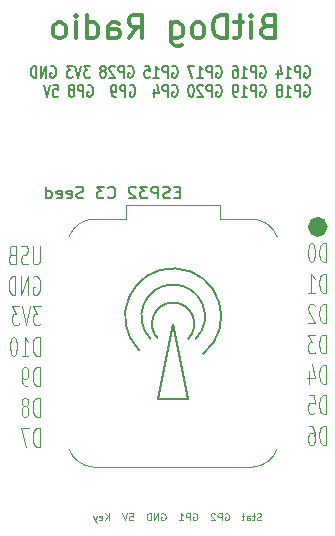
<source format=gbr>
%TF.GenerationSoftware,KiCad,Pcbnew,9.0.0*%
%TF.CreationDate,2025-05-16T16:34:18-03:00*%
%TF.ProjectId,V1A,5631412e-6b69-4636-9164-5f7063625858,rev?*%
%TF.SameCoordinates,Original*%
%TF.FileFunction,Legend,Bot*%
%TF.FilePolarity,Positive*%
%FSLAX46Y46*%
G04 Gerber Fmt 4.6, Leading zero omitted, Abs format (unit mm)*
G04 Created by KiCad (PCBNEW 9.0.0) date 2025-05-16 16:34:18*
%MOMM*%
%LPD*%
G01*
G04 APERTURE LIST*
%ADD10C,0.150000*%
%ADD11C,0.843521*%
%ADD12C,0.300000*%
%ADD13C,0.100000*%
%ADD14C,0.120000*%
G04 APERTURE END LIST*
D10*
X155194000Y-104774980D02*
X153924000Y-111124980D01*
X152318916Y-107015064D02*
G75*
G02*
X157733999Y-107314979I2875084J2875084D01*
G01*
X153289002Y-106044980D02*
G75*
G02*
X157099000Y-106044980I1904999J1904979D01*
G01*
X156464000Y-111124980D02*
X155194000Y-104774980D01*
D11*
X167858560Y-96564679D02*
G75*
G02*
X167015040Y-96564679I-421760J0D01*
G01*
X167015040Y-96564679D02*
G75*
G02*
X167858560Y-96564679I421760J0D01*
G01*
D10*
X153924000Y-106044980D02*
G75*
G02*
X156464000Y-106044980I1270000J1269980D01*
G01*
X153924000Y-111124980D02*
X156464000Y-111124980D01*
D12*
X163149466Y-79541819D02*
X162863752Y-79637057D01*
X162863752Y-79637057D02*
X162768514Y-79732295D01*
X162768514Y-79732295D02*
X162673276Y-79922771D01*
X162673276Y-79922771D02*
X162673276Y-80208485D01*
X162673276Y-80208485D02*
X162768514Y-80398961D01*
X162768514Y-80398961D02*
X162863752Y-80494200D01*
X162863752Y-80494200D02*
X163054228Y-80589438D01*
X163054228Y-80589438D02*
X163816133Y-80589438D01*
X163816133Y-80589438D02*
X163816133Y-78589438D01*
X163816133Y-78589438D02*
X163149466Y-78589438D01*
X163149466Y-78589438D02*
X162958990Y-78684676D01*
X162958990Y-78684676D02*
X162863752Y-78779914D01*
X162863752Y-78779914D02*
X162768514Y-78970390D01*
X162768514Y-78970390D02*
X162768514Y-79160866D01*
X162768514Y-79160866D02*
X162863752Y-79351342D01*
X162863752Y-79351342D02*
X162958990Y-79446580D01*
X162958990Y-79446580D02*
X163149466Y-79541819D01*
X163149466Y-79541819D02*
X163816133Y-79541819D01*
X161816133Y-80589438D02*
X161816133Y-79256104D01*
X161816133Y-78589438D02*
X161911371Y-78684676D01*
X161911371Y-78684676D02*
X161816133Y-78779914D01*
X161816133Y-78779914D02*
X161720895Y-78684676D01*
X161720895Y-78684676D02*
X161816133Y-78589438D01*
X161816133Y-78589438D02*
X161816133Y-78779914D01*
X161149466Y-79256104D02*
X160387562Y-79256104D01*
X160863752Y-78589438D02*
X160863752Y-80303723D01*
X160863752Y-80303723D02*
X160768514Y-80494200D01*
X160768514Y-80494200D02*
X160578038Y-80589438D01*
X160578038Y-80589438D02*
X160387562Y-80589438D01*
X159720895Y-80589438D02*
X159720895Y-78589438D01*
X159720895Y-78589438D02*
X159244705Y-78589438D01*
X159244705Y-78589438D02*
X158958990Y-78684676D01*
X158958990Y-78684676D02*
X158768514Y-78875152D01*
X158768514Y-78875152D02*
X158673276Y-79065628D01*
X158673276Y-79065628D02*
X158578038Y-79446580D01*
X158578038Y-79446580D02*
X158578038Y-79732295D01*
X158578038Y-79732295D02*
X158673276Y-80113247D01*
X158673276Y-80113247D02*
X158768514Y-80303723D01*
X158768514Y-80303723D02*
X158958990Y-80494200D01*
X158958990Y-80494200D02*
X159244705Y-80589438D01*
X159244705Y-80589438D02*
X159720895Y-80589438D01*
X157435181Y-80589438D02*
X157625657Y-80494200D01*
X157625657Y-80494200D02*
X157720895Y-80398961D01*
X157720895Y-80398961D02*
X157816133Y-80208485D01*
X157816133Y-80208485D02*
X157816133Y-79637057D01*
X157816133Y-79637057D02*
X157720895Y-79446580D01*
X157720895Y-79446580D02*
X157625657Y-79351342D01*
X157625657Y-79351342D02*
X157435181Y-79256104D01*
X157435181Y-79256104D02*
X157149466Y-79256104D01*
X157149466Y-79256104D02*
X156958990Y-79351342D01*
X156958990Y-79351342D02*
X156863752Y-79446580D01*
X156863752Y-79446580D02*
X156768514Y-79637057D01*
X156768514Y-79637057D02*
X156768514Y-80208485D01*
X156768514Y-80208485D02*
X156863752Y-80398961D01*
X156863752Y-80398961D02*
X156958990Y-80494200D01*
X156958990Y-80494200D02*
X157149466Y-80589438D01*
X157149466Y-80589438D02*
X157435181Y-80589438D01*
X155054228Y-79256104D02*
X155054228Y-80875152D01*
X155054228Y-80875152D02*
X155149466Y-81065628D01*
X155149466Y-81065628D02*
X155244704Y-81160866D01*
X155244704Y-81160866D02*
X155435181Y-81256104D01*
X155435181Y-81256104D02*
X155720895Y-81256104D01*
X155720895Y-81256104D02*
X155911371Y-81160866D01*
X155054228Y-80494200D02*
X155244704Y-80589438D01*
X155244704Y-80589438D02*
X155625657Y-80589438D01*
X155625657Y-80589438D02*
X155816133Y-80494200D01*
X155816133Y-80494200D02*
X155911371Y-80398961D01*
X155911371Y-80398961D02*
X156006609Y-80208485D01*
X156006609Y-80208485D02*
X156006609Y-79637057D01*
X156006609Y-79637057D02*
X155911371Y-79446580D01*
X155911371Y-79446580D02*
X155816133Y-79351342D01*
X155816133Y-79351342D02*
X155625657Y-79256104D01*
X155625657Y-79256104D02*
X155244704Y-79256104D01*
X155244704Y-79256104D02*
X155054228Y-79351342D01*
X151435180Y-80589438D02*
X152101847Y-79637057D01*
X152578037Y-80589438D02*
X152578037Y-78589438D01*
X152578037Y-78589438D02*
X151816132Y-78589438D01*
X151816132Y-78589438D02*
X151625656Y-78684676D01*
X151625656Y-78684676D02*
X151530418Y-78779914D01*
X151530418Y-78779914D02*
X151435180Y-78970390D01*
X151435180Y-78970390D02*
X151435180Y-79256104D01*
X151435180Y-79256104D02*
X151530418Y-79446580D01*
X151530418Y-79446580D02*
X151625656Y-79541819D01*
X151625656Y-79541819D02*
X151816132Y-79637057D01*
X151816132Y-79637057D02*
X152578037Y-79637057D01*
X149720894Y-80589438D02*
X149720894Y-79541819D01*
X149720894Y-79541819D02*
X149816132Y-79351342D01*
X149816132Y-79351342D02*
X150006608Y-79256104D01*
X150006608Y-79256104D02*
X150387561Y-79256104D01*
X150387561Y-79256104D02*
X150578037Y-79351342D01*
X149720894Y-80494200D02*
X149911370Y-80589438D01*
X149911370Y-80589438D02*
X150387561Y-80589438D01*
X150387561Y-80589438D02*
X150578037Y-80494200D01*
X150578037Y-80494200D02*
X150673275Y-80303723D01*
X150673275Y-80303723D02*
X150673275Y-80113247D01*
X150673275Y-80113247D02*
X150578037Y-79922771D01*
X150578037Y-79922771D02*
X150387561Y-79827533D01*
X150387561Y-79827533D02*
X149911370Y-79827533D01*
X149911370Y-79827533D02*
X149720894Y-79732295D01*
X147911370Y-80589438D02*
X147911370Y-78589438D01*
X147911370Y-80494200D02*
X148101846Y-80589438D01*
X148101846Y-80589438D02*
X148482799Y-80589438D01*
X148482799Y-80589438D02*
X148673275Y-80494200D01*
X148673275Y-80494200D02*
X148768513Y-80398961D01*
X148768513Y-80398961D02*
X148863751Y-80208485D01*
X148863751Y-80208485D02*
X148863751Y-79637057D01*
X148863751Y-79637057D02*
X148768513Y-79446580D01*
X148768513Y-79446580D02*
X148673275Y-79351342D01*
X148673275Y-79351342D02*
X148482799Y-79256104D01*
X148482799Y-79256104D02*
X148101846Y-79256104D01*
X148101846Y-79256104D02*
X147911370Y-79351342D01*
X146958989Y-80589438D02*
X146958989Y-79256104D01*
X146958989Y-78589438D02*
X147054227Y-78684676D01*
X147054227Y-78684676D02*
X146958989Y-78779914D01*
X146958989Y-78779914D02*
X146863751Y-78684676D01*
X146863751Y-78684676D02*
X146958989Y-78589438D01*
X146958989Y-78589438D02*
X146958989Y-78779914D01*
X145720894Y-80589438D02*
X145911370Y-80494200D01*
X145911370Y-80494200D02*
X146006608Y-80398961D01*
X146006608Y-80398961D02*
X146101846Y-80208485D01*
X146101846Y-80208485D02*
X146101846Y-79637057D01*
X146101846Y-79637057D02*
X146006608Y-79446580D01*
X146006608Y-79446580D02*
X145911370Y-79351342D01*
X145911370Y-79351342D02*
X145720894Y-79256104D01*
X145720894Y-79256104D02*
X145435179Y-79256104D01*
X145435179Y-79256104D02*
X145244703Y-79351342D01*
X145244703Y-79351342D02*
X145149465Y-79446580D01*
X145149465Y-79446580D02*
X145054227Y-79637057D01*
X145054227Y-79637057D02*
X145054227Y-80208485D01*
X145054227Y-80208485D02*
X145149465Y-80398961D01*
X145149465Y-80398961D02*
X145244703Y-80494200D01*
X145244703Y-80494200D02*
X145435179Y-80589438D01*
X145435179Y-80589438D02*
X145720894Y-80589438D01*
D13*
X162633925Y-121381000D02*
X162548211Y-121409571D01*
X162548211Y-121409571D02*
X162405353Y-121409571D01*
X162405353Y-121409571D02*
X162348211Y-121381000D01*
X162348211Y-121381000D02*
X162319639Y-121352428D01*
X162319639Y-121352428D02*
X162291068Y-121295285D01*
X162291068Y-121295285D02*
X162291068Y-121238142D01*
X162291068Y-121238142D02*
X162319639Y-121181000D01*
X162319639Y-121181000D02*
X162348211Y-121152428D01*
X162348211Y-121152428D02*
X162405353Y-121123857D01*
X162405353Y-121123857D02*
X162519639Y-121095285D01*
X162519639Y-121095285D02*
X162576782Y-121066714D01*
X162576782Y-121066714D02*
X162605353Y-121038142D01*
X162605353Y-121038142D02*
X162633925Y-120981000D01*
X162633925Y-120981000D02*
X162633925Y-120923857D01*
X162633925Y-120923857D02*
X162605353Y-120866714D01*
X162605353Y-120866714D02*
X162576782Y-120838142D01*
X162576782Y-120838142D02*
X162519639Y-120809571D01*
X162519639Y-120809571D02*
X162376782Y-120809571D01*
X162376782Y-120809571D02*
X162291068Y-120838142D01*
X162119639Y-121009571D02*
X161891067Y-121009571D01*
X162033924Y-120809571D02*
X162033924Y-121323857D01*
X162033924Y-121323857D02*
X162005353Y-121381000D01*
X162005353Y-121381000D02*
X161948210Y-121409571D01*
X161948210Y-121409571D02*
X161891067Y-121409571D01*
X161433925Y-121409571D02*
X161433925Y-121095285D01*
X161433925Y-121095285D02*
X161462496Y-121038142D01*
X161462496Y-121038142D02*
X161519639Y-121009571D01*
X161519639Y-121009571D02*
X161633925Y-121009571D01*
X161633925Y-121009571D02*
X161691067Y-121038142D01*
X161433925Y-121381000D02*
X161491067Y-121409571D01*
X161491067Y-121409571D02*
X161633925Y-121409571D01*
X161633925Y-121409571D02*
X161691067Y-121381000D01*
X161691067Y-121381000D02*
X161719639Y-121323857D01*
X161719639Y-121323857D02*
X161719639Y-121266714D01*
X161719639Y-121266714D02*
X161691067Y-121209571D01*
X161691067Y-121209571D02*
X161633925Y-121181000D01*
X161633925Y-121181000D02*
X161491067Y-121181000D01*
X161491067Y-121181000D02*
X161433925Y-121152428D01*
X161233925Y-121009571D02*
X161005353Y-121009571D01*
X161148210Y-120809571D02*
X161148210Y-121323857D01*
X161148210Y-121323857D02*
X161119639Y-121381000D01*
X161119639Y-121381000D02*
X161062496Y-121409571D01*
X161062496Y-121409571D02*
X161005353Y-121409571D01*
X159576782Y-120838142D02*
X159633925Y-120809571D01*
X159633925Y-120809571D02*
X159719639Y-120809571D01*
X159719639Y-120809571D02*
X159805353Y-120838142D01*
X159805353Y-120838142D02*
X159862496Y-120895285D01*
X159862496Y-120895285D02*
X159891067Y-120952428D01*
X159891067Y-120952428D02*
X159919639Y-121066714D01*
X159919639Y-121066714D02*
X159919639Y-121152428D01*
X159919639Y-121152428D02*
X159891067Y-121266714D01*
X159891067Y-121266714D02*
X159862496Y-121323857D01*
X159862496Y-121323857D02*
X159805353Y-121381000D01*
X159805353Y-121381000D02*
X159719639Y-121409571D01*
X159719639Y-121409571D02*
X159662496Y-121409571D01*
X159662496Y-121409571D02*
X159576782Y-121381000D01*
X159576782Y-121381000D02*
X159548210Y-121352428D01*
X159548210Y-121352428D02*
X159548210Y-121152428D01*
X159548210Y-121152428D02*
X159662496Y-121152428D01*
X159291067Y-121409571D02*
X159291067Y-120809571D01*
X159291067Y-120809571D02*
X159062496Y-120809571D01*
X159062496Y-120809571D02*
X159005353Y-120838142D01*
X159005353Y-120838142D02*
X158976782Y-120866714D01*
X158976782Y-120866714D02*
X158948210Y-120923857D01*
X158948210Y-120923857D02*
X158948210Y-121009571D01*
X158948210Y-121009571D02*
X158976782Y-121066714D01*
X158976782Y-121066714D02*
X159005353Y-121095285D01*
X159005353Y-121095285D02*
X159062496Y-121123857D01*
X159062496Y-121123857D02*
X159291067Y-121123857D01*
X158719639Y-120866714D02*
X158691067Y-120838142D01*
X158691067Y-120838142D02*
X158633925Y-120809571D01*
X158633925Y-120809571D02*
X158491067Y-120809571D01*
X158491067Y-120809571D02*
X158433925Y-120838142D01*
X158433925Y-120838142D02*
X158405353Y-120866714D01*
X158405353Y-120866714D02*
X158376782Y-120923857D01*
X158376782Y-120923857D02*
X158376782Y-120981000D01*
X158376782Y-120981000D02*
X158405353Y-121066714D01*
X158405353Y-121066714D02*
X158748210Y-121409571D01*
X158748210Y-121409571D02*
X158376782Y-121409571D01*
X156891067Y-120838142D02*
X156948210Y-120809571D01*
X156948210Y-120809571D02*
X157033924Y-120809571D01*
X157033924Y-120809571D02*
X157119638Y-120838142D01*
X157119638Y-120838142D02*
X157176781Y-120895285D01*
X157176781Y-120895285D02*
X157205352Y-120952428D01*
X157205352Y-120952428D02*
X157233924Y-121066714D01*
X157233924Y-121066714D02*
X157233924Y-121152428D01*
X157233924Y-121152428D02*
X157205352Y-121266714D01*
X157205352Y-121266714D02*
X157176781Y-121323857D01*
X157176781Y-121323857D02*
X157119638Y-121381000D01*
X157119638Y-121381000D02*
X157033924Y-121409571D01*
X157033924Y-121409571D02*
X156976781Y-121409571D01*
X156976781Y-121409571D02*
X156891067Y-121381000D01*
X156891067Y-121381000D02*
X156862495Y-121352428D01*
X156862495Y-121352428D02*
X156862495Y-121152428D01*
X156862495Y-121152428D02*
X156976781Y-121152428D01*
X156605352Y-121409571D02*
X156605352Y-120809571D01*
X156605352Y-120809571D02*
X156376781Y-120809571D01*
X156376781Y-120809571D02*
X156319638Y-120838142D01*
X156319638Y-120838142D02*
X156291067Y-120866714D01*
X156291067Y-120866714D02*
X156262495Y-120923857D01*
X156262495Y-120923857D02*
X156262495Y-121009571D01*
X156262495Y-121009571D02*
X156291067Y-121066714D01*
X156291067Y-121066714D02*
X156319638Y-121095285D01*
X156319638Y-121095285D02*
X156376781Y-121123857D01*
X156376781Y-121123857D02*
X156605352Y-121123857D01*
X155691067Y-121409571D02*
X156033924Y-121409571D01*
X155862495Y-121409571D02*
X155862495Y-120809571D01*
X155862495Y-120809571D02*
X155919638Y-120895285D01*
X155919638Y-120895285D02*
X155976781Y-120952428D01*
X155976781Y-120952428D02*
X156033924Y-120981000D01*
X154205352Y-120838142D02*
X154262495Y-120809571D01*
X154262495Y-120809571D02*
X154348209Y-120809571D01*
X154348209Y-120809571D02*
X154433923Y-120838142D01*
X154433923Y-120838142D02*
X154491066Y-120895285D01*
X154491066Y-120895285D02*
X154519637Y-120952428D01*
X154519637Y-120952428D02*
X154548209Y-121066714D01*
X154548209Y-121066714D02*
X154548209Y-121152428D01*
X154548209Y-121152428D02*
X154519637Y-121266714D01*
X154519637Y-121266714D02*
X154491066Y-121323857D01*
X154491066Y-121323857D02*
X154433923Y-121381000D01*
X154433923Y-121381000D02*
X154348209Y-121409571D01*
X154348209Y-121409571D02*
X154291066Y-121409571D01*
X154291066Y-121409571D02*
X154205352Y-121381000D01*
X154205352Y-121381000D02*
X154176780Y-121352428D01*
X154176780Y-121352428D02*
X154176780Y-121152428D01*
X154176780Y-121152428D02*
X154291066Y-121152428D01*
X153919637Y-121409571D02*
X153919637Y-120809571D01*
X153919637Y-120809571D02*
X153576780Y-121409571D01*
X153576780Y-121409571D02*
X153576780Y-120809571D01*
X153291066Y-121409571D02*
X153291066Y-120809571D01*
X153291066Y-120809571D02*
X153148209Y-120809571D01*
X153148209Y-120809571D02*
X153062495Y-120838142D01*
X153062495Y-120838142D02*
X153005352Y-120895285D01*
X153005352Y-120895285D02*
X152976781Y-120952428D01*
X152976781Y-120952428D02*
X152948209Y-121066714D01*
X152948209Y-121066714D02*
X152948209Y-121152428D01*
X152948209Y-121152428D02*
X152976781Y-121266714D01*
X152976781Y-121266714D02*
X153005352Y-121323857D01*
X153005352Y-121323857D02*
X153062495Y-121381000D01*
X153062495Y-121381000D02*
X153148209Y-121409571D01*
X153148209Y-121409571D02*
X153291066Y-121409571D01*
X151491066Y-120809571D02*
X151776780Y-120809571D01*
X151776780Y-120809571D02*
X151805352Y-121095285D01*
X151805352Y-121095285D02*
X151776780Y-121066714D01*
X151776780Y-121066714D02*
X151719638Y-121038142D01*
X151719638Y-121038142D02*
X151576780Y-121038142D01*
X151576780Y-121038142D02*
X151519638Y-121066714D01*
X151519638Y-121066714D02*
X151491066Y-121095285D01*
X151491066Y-121095285D02*
X151462495Y-121152428D01*
X151462495Y-121152428D02*
X151462495Y-121295285D01*
X151462495Y-121295285D02*
X151491066Y-121352428D01*
X151491066Y-121352428D02*
X151519638Y-121381000D01*
X151519638Y-121381000D02*
X151576780Y-121409571D01*
X151576780Y-121409571D02*
X151719638Y-121409571D01*
X151719638Y-121409571D02*
X151776780Y-121381000D01*
X151776780Y-121381000D02*
X151805352Y-121352428D01*
X151291066Y-120809571D02*
X151091066Y-121409571D01*
X151091066Y-121409571D02*
X150891066Y-120809571D01*
X149776779Y-121409571D02*
X149776779Y-120809571D01*
X149433922Y-121409571D02*
X149691065Y-121066714D01*
X149433922Y-120809571D02*
X149776779Y-121152428D01*
X148948208Y-121381000D02*
X149005351Y-121409571D01*
X149005351Y-121409571D02*
X149119637Y-121409571D01*
X149119637Y-121409571D02*
X149176779Y-121381000D01*
X149176779Y-121381000D02*
X149205351Y-121323857D01*
X149205351Y-121323857D02*
X149205351Y-121095285D01*
X149205351Y-121095285D02*
X149176779Y-121038142D01*
X149176779Y-121038142D02*
X149119637Y-121009571D01*
X149119637Y-121009571D02*
X149005351Y-121009571D01*
X149005351Y-121009571D02*
X148948208Y-121038142D01*
X148948208Y-121038142D02*
X148919637Y-121095285D01*
X148919637Y-121095285D02*
X148919637Y-121152428D01*
X148919637Y-121152428D02*
X149205351Y-121209571D01*
X148719636Y-121009571D02*
X148576779Y-121409571D01*
X148433922Y-121009571D02*
X148576779Y-121409571D01*
X148576779Y-121409571D02*
X148633922Y-121552428D01*
X148633922Y-121552428D02*
X148662493Y-121581000D01*
X148662493Y-121581000D02*
X148719636Y-121609571D01*
X143881915Y-98146934D02*
X143881915Y-99442172D01*
X143881915Y-99442172D02*
X143834296Y-99594553D01*
X143834296Y-99594553D02*
X143786677Y-99670744D01*
X143786677Y-99670744D02*
X143691439Y-99746934D01*
X143691439Y-99746934D02*
X143500963Y-99746934D01*
X143500963Y-99746934D02*
X143405725Y-99670744D01*
X143405725Y-99670744D02*
X143358106Y-99594553D01*
X143358106Y-99594553D02*
X143310487Y-99442172D01*
X143310487Y-99442172D02*
X143310487Y-98146934D01*
X142881915Y-99670744D02*
X142739058Y-99746934D01*
X142739058Y-99746934D02*
X142500963Y-99746934D01*
X142500963Y-99746934D02*
X142405725Y-99670744D01*
X142405725Y-99670744D02*
X142358106Y-99594553D01*
X142358106Y-99594553D02*
X142310487Y-99442172D01*
X142310487Y-99442172D02*
X142310487Y-99289791D01*
X142310487Y-99289791D02*
X142358106Y-99137410D01*
X142358106Y-99137410D02*
X142405725Y-99061220D01*
X142405725Y-99061220D02*
X142500963Y-98985029D01*
X142500963Y-98985029D02*
X142691439Y-98908839D01*
X142691439Y-98908839D02*
X142786677Y-98832648D01*
X142786677Y-98832648D02*
X142834296Y-98756458D01*
X142834296Y-98756458D02*
X142881915Y-98604077D01*
X142881915Y-98604077D02*
X142881915Y-98451696D01*
X142881915Y-98451696D02*
X142834296Y-98299315D01*
X142834296Y-98299315D02*
X142786677Y-98223124D01*
X142786677Y-98223124D02*
X142691439Y-98146934D01*
X142691439Y-98146934D02*
X142453344Y-98146934D01*
X142453344Y-98146934D02*
X142310487Y-98223124D01*
X141548582Y-98908839D02*
X141405725Y-98985029D01*
X141405725Y-98985029D02*
X141358106Y-99061220D01*
X141358106Y-99061220D02*
X141310487Y-99213601D01*
X141310487Y-99213601D02*
X141310487Y-99442172D01*
X141310487Y-99442172D02*
X141358106Y-99594553D01*
X141358106Y-99594553D02*
X141405725Y-99670744D01*
X141405725Y-99670744D02*
X141500963Y-99746934D01*
X141500963Y-99746934D02*
X141881915Y-99746934D01*
X141881915Y-99746934D02*
X141881915Y-98146934D01*
X141881915Y-98146934D02*
X141548582Y-98146934D01*
X141548582Y-98146934D02*
X141453344Y-98223124D01*
X141453344Y-98223124D02*
X141405725Y-98299315D01*
X141405725Y-98299315D02*
X141358106Y-98451696D01*
X141358106Y-98451696D02*
X141358106Y-98604077D01*
X141358106Y-98604077D02*
X141405725Y-98756458D01*
X141405725Y-98756458D02*
X141453344Y-98832648D01*
X141453344Y-98832648D02*
X141548582Y-98908839D01*
X141548582Y-98908839D02*
X141881915Y-98908839D01*
X143358106Y-100799034D02*
X143453344Y-100722844D01*
X143453344Y-100722844D02*
X143596201Y-100722844D01*
X143596201Y-100722844D02*
X143739058Y-100799034D01*
X143739058Y-100799034D02*
X143834296Y-100951415D01*
X143834296Y-100951415D02*
X143881915Y-101103796D01*
X143881915Y-101103796D02*
X143929534Y-101408558D01*
X143929534Y-101408558D02*
X143929534Y-101637130D01*
X143929534Y-101637130D02*
X143881915Y-101941892D01*
X143881915Y-101941892D02*
X143834296Y-102094273D01*
X143834296Y-102094273D02*
X143739058Y-102246654D01*
X143739058Y-102246654D02*
X143596201Y-102322844D01*
X143596201Y-102322844D02*
X143500963Y-102322844D01*
X143500963Y-102322844D02*
X143358106Y-102246654D01*
X143358106Y-102246654D02*
X143310487Y-102170463D01*
X143310487Y-102170463D02*
X143310487Y-101637130D01*
X143310487Y-101637130D02*
X143500963Y-101637130D01*
X142881915Y-102322844D02*
X142881915Y-100722844D01*
X142881915Y-100722844D02*
X142310487Y-102322844D01*
X142310487Y-102322844D02*
X142310487Y-100722844D01*
X141834296Y-102322844D02*
X141834296Y-100722844D01*
X141834296Y-100722844D02*
X141596201Y-100722844D01*
X141596201Y-100722844D02*
X141453344Y-100799034D01*
X141453344Y-100799034D02*
X141358106Y-100951415D01*
X141358106Y-100951415D02*
X141310487Y-101103796D01*
X141310487Y-101103796D02*
X141262868Y-101408558D01*
X141262868Y-101408558D02*
X141262868Y-101637130D01*
X141262868Y-101637130D02*
X141310487Y-101941892D01*
X141310487Y-101941892D02*
X141358106Y-102094273D01*
X141358106Y-102094273D02*
X141453344Y-102246654D01*
X141453344Y-102246654D02*
X141596201Y-102322844D01*
X141596201Y-102322844D02*
X141834296Y-102322844D01*
X143977153Y-103298754D02*
X143358106Y-103298754D01*
X143358106Y-103298754D02*
X143691439Y-103908278D01*
X143691439Y-103908278D02*
X143548582Y-103908278D01*
X143548582Y-103908278D02*
X143453344Y-103984468D01*
X143453344Y-103984468D02*
X143405725Y-104060659D01*
X143405725Y-104060659D02*
X143358106Y-104213040D01*
X143358106Y-104213040D02*
X143358106Y-104593992D01*
X143358106Y-104593992D02*
X143405725Y-104746373D01*
X143405725Y-104746373D02*
X143453344Y-104822564D01*
X143453344Y-104822564D02*
X143548582Y-104898754D01*
X143548582Y-104898754D02*
X143834296Y-104898754D01*
X143834296Y-104898754D02*
X143929534Y-104822564D01*
X143929534Y-104822564D02*
X143977153Y-104746373D01*
X143072391Y-103298754D02*
X142739058Y-104898754D01*
X142739058Y-104898754D02*
X142405725Y-103298754D01*
X142167629Y-103298754D02*
X141548582Y-103298754D01*
X141548582Y-103298754D02*
X141881915Y-103908278D01*
X141881915Y-103908278D02*
X141739058Y-103908278D01*
X141739058Y-103908278D02*
X141643820Y-103984468D01*
X141643820Y-103984468D02*
X141596201Y-104060659D01*
X141596201Y-104060659D02*
X141548582Y-104213040D01*
X141548582Y-104213040D02*
X141548582Y-104593992D01*
X141548582Y-104593992D02*
X141596201Y-104746373D01*
X141596201Y-104746373D02*
X141643820Y-104822564D01*
X141643820Y-104822564D02*
X141739058Y-104898754D01*
X141739058Y-104898754D02*
X142024772Y-104898754D01*
X142024772Y-104898754D02*
X142120010Y-104822564D01*
X142120010Y-104822564D02*
X142167629Y-104746373D01*
X143881915Y-107474664D02*
X143881915Y-105874664D01*
X143881915Y-105874664D02*
X143643820Y-105874664D01*
X143643820Y-105874664D02*
X143500963Y-105950854D01*
X143500963Y-105950854D02*
X143405725Y-106103235D01*
X143405725Y-106103235D02*
X143358106Y-106255616D01*
X143358106Y-106255616D02*
X143310487Y-106560378D01*
X143310487Y-106560378D02*
X143310487Y-106788950D01*
X143310487Y-106788950D02*
X143358106Y-107093712D01*
X143358106Y-107093712D02*
X143405725Y-107246093D01*
X143405725Y-107246093D02*
X143500963Y-107398474D01*
X143500963Y-107398474D02*
X143643820Y-107474664D01*
X143643820Y-107474664D02*
X143881915Y-107474664D01*
X142358106Y-107474664D02*
X142929534Y-107474664D01*
X142643820Y-107474664D02*
X142643820Y-105874664D01*
X142643820Y-105874664D02*
X142739058Y-106103235D01*
X142739058Y-106103235D02*
X142834296Y-106255616D01*
X142834296Y-106255616D02*
X142929534Y-106331807D01*
X141739058Y-105874664D02*
X141643820Y-105874664D01*
X141643820Y-105874664D02*
X141548582Y-105950854D01*
X141548582Y-105950854D02*
X141500963Y-106027045D01*
X141500963Y-106027045D02*
X141453344Y-106179426D01*
X141453344Y-106179426D02*
X141405725Y-106484188D01*
X141405725Y-106484188D02*
X141405725Y-106865140D01*
X141405725Y-106865140D02*
X141453344Y-107169902D01*
X141453344Y-107169902D02*
X141500963Y-107322283D01*
X141500963Y-107322283D02*
X141548582Y-107398474D01*
X141548582Y-107398474D02*
X141643820Y-107474664D01*
X141643820Y-107474664D02*
X141739058Y-107474664D01*
X141739058Y-107474664D02*
X141834296Y-107398474D01*
X141834296Y-107398474D02*
X141881915Y-107322283D01*
X141881915Y-107322283D02*
X141929534Y-107169902D01*
X141929534Y-107169902D02*
X141977153Y-106865140D01*
X141977153Y-106865140D02*
X141977153Y-106484188D01*
X141977153Y-106484188D02*
X141929534Y-106179426D01*
X141929534Y-106179426D02*
X141881915Y-106027045D01*
X141881915Y-106027045D02*
X141834296Y-105950854D01*
X141834296Y-105950854D02*
X141739058Y-105874664D01*
X143881915Y-110050574D02*
X143881915Y-108450574D01*
X143881915Y-108450574D02*
X143643820Y-108450574D01*
X143643820Y-108450574D02*
X143500963Y-108526764D01*
X143500963Y-108526764D02*
X143405725Y-108679145D01*
X143405725Y-108679145D02*
X143358106Y-108831526D01*
X143358106Y-108831526D02*
X143310487Y-109136288D01*
X143310487Y-109136288D02*
X143310487Y-109364860D01*
X143310487Y-109364860D02*
X143358106Y-109669622D01*
X143358106Y-109669622D02*
X143405725Y-109822003D01*
X143405725Y-109822003D02*
X143500963Y-109974384D01*
X143500963Y-109974384D02*
X143643820Y-110050574D01*
X143643820Y-110050574D02*
X143881915Y-110050574D01*
X142834296Y-110050574D02*
X142643820Y-110050574D01*
X142643820Y-110050574D02*
X142548582Y-109974384D01*
X142548582Y-109974384D02*
X142500963Y-109898193D01*
X142500963Y-109898193D02*
X142405725Y-109669622D01*
X142405725Y-109669622D02*
X142358106Y-109364860D01*
X142358106Y-109364860D02*
X142358106Y-108755336D01*
X142358106Y-108755336D02*
X142405725Y-108602955D01*
X142405725Y-108602955D02*
X142453344Y-108526764D01*
X142453344Y-108526764D02*
X142548582Y-108450574D01*
X142548582Y-108450574D02*
X142739058Y-108450574D01*
X142739058Y-108450574D02*
X142834296Y-108526764D01*
X142834296Y-108526764D02*
X142881915Y-108602955D01*
X142881915Y-108602955D02*
X142929534Y-108755336D01*
X142929534Y-108755336D02*
X142929534Y-109136288D01*
X142929534Y-109136288D02*
X142881915Y-109288669D01*
X142881915Y-109288669D02*
X142834296Y-109364860D01*
X142834296Y-109364860D02*
X142739058Y-109441050D01*
X142739058Y-109441050D02*
X142548582Y-109441050D01*
X142548582Y-109441050D02*
X142453344Y-109364860D01*
X142453344Y-109364860D02*
X142405725Y-109288669D01*
X142405725Y-109288669D02*
X142358106Y-109136288D01*
X143881915Y-112626484D02*
X143881915Y-111026484D01*
X143881915Y-111026484D02*
X143643820Y-111026484D01*
X143643820Y-111026484D02*
X143500963Y-111102674D01*
X143500963Y-111102674D02*
X143405725Y-111255055D01*
X143405725Y-111255055D02*
X143358106Y-111407436D01*
X143358106Y-111407436D02*
X143310487Y-111712198D01*
X143310487Y-111712198D02*
X143310487Y-111940770D01*
X143310487Y-111940770D02*
X143358106Y-112245532D01*
X143358106Y-112245532D02*
X143405725Y-112397913D01*
X143405725Y-112397913D02*
X143500963Y-112550294D01*
X143500963Y-112550294D02*
X143643820Y-112626484D01*
X143643820Y-112626484D02*
X143881915Y-112626484D01*
X142739058Y-111712198D02*
X142834296Y-111636008D01*
X142834296Y-111636008D02*
X142881915Y-111559817D01*
X142881915Y-111559817D02*
X142929534Y-111407436D01*
X142929534Y-111407436D02*
X142929534Y-111331246D01*
X142929534Y-111331246D02*
X142881915Y-111178865D01*
X142881915Y-111178865D02*
X142834296Y-111102674D01*
X142834296Y-111102674D02*
X142739058Y-111026484D01*
X142739058Y-111026484D02*
X142548582Y-111026484D01*
X142548582Y-111026484D02*
X142453344Y-111102674D01*
X142453344Y-111102674D02*
X142405725Y-111178865D01*
X142405725Y-111178865D02*
X142358106Y-111331246D01*
X142358106Y-111331246D02*
X142358106Y-111407436D01*
X142358106Y-111407436D02*
X142405725Y-111559817D01*
X142405725Y-111559817D02*
X142453344Y-111636008D01*
X142453344Y-111636008D02*
X142548582Y-111712198D01*
X142548582Y-111712198D02*
X142739058Y-111712198D01*
X142739058Y-111712198D02*
X142834296Y-111788389D01*
X142834296Y-111788389D02*
X142881915Y-111864579D01*
X142881915Y-111864579D02*
X142929534Y-112016960D01*
X142929534Y-112016960D02*
X142929534Y-112321722D01*
X142929534Y-112321722D02*
X142881915Y-112474103D01*
X142881915Y-112474103D02*
X142834296Y-112550294D01*
X142834296Y-112550294D02*
X142739058Y-112626484D01*
X142739058Y-112626484D02*
X142548582Y-112626484D01*
X142548582Y-112626484D02*
X142453344Y-112550294D01*
X142453344Y-112550294D02*
X142405725Y-112474103D01*
X142405725Y-112474103D02*
X142358106Y-112321722D01*
X142358106Y-112321722D02*
X142358106Y-112016960D01*
X142358106Y-112016960D02*
X142405725Y-111864579D01*
X142405725Y-111864579D02*
X142453344Y-111788389D01*
X142453344Y-111788389D02*
X142548582Y-111712198D01*
X143881915Y-115202394D02*
X143881915Y-113602394D01*
X143881915Y-113602394D02*
X143643820Y-113602394D01*
X143643820Y-113602394D02*
X143500963Y-113678584D01*
X143500963Y-113678584D02*
X143405725Y-113830965D01*
X143405725Y-113830965D02*
X143358106Y-113983346D01*
X143358106Y-113983346D02*
X143310487Y-114288108D01*
X143310487Y-114288108D02*
X143310487Y-114516680D01*
X143310487Y-114516680D02*
X143358106Y-114821442D01*
X143358106Y-114821442D02*
X143405725Y-114973823D01*
X143405725Y-114973823D02*
X143500963Y-115126204D01*
X143500963Y-115126204D02*
X143643820Y-115202394D01*
X143643820Y-115202394D02*
X143881915Y-115202394D01*
X142977153Y-113602394D02*
X142310487Y-113602394D01*
X142310487Y-113602394D02*
X142739058Y-115202394D01*
X168140856Y-99553467D02*
X168140856Y-97953467D01*
X168140856Y-97953467D02*
X167902761Y-97953467D01*
X167902761Y-97953467D02*
X167759904Y-98029657D01*
X167759904Y-98029657D02*
X167664666Y-98182038D01*
X167664666Y-98182038D02*
X167617047Y-98334419D01*
X167617047Y-98334419D02*
X167569428Y-98639181D01*
X167569428Y-98639181D02*
X167569428Y-98867753D01*
X167569428Y-98867753D02*
X167617047Y-99172515D01*
X167617047Y-99172515D02*
X167664666Y-99324896D01*
X167664666Y-99324896D02*
X167759904Y-99477277D01*
X167759904Y-99477277D02*
X167902761Y-99553467D01*
X167902761Y-99553467D02*
X168140856Y-99553467D01*
X166950380Y-97953467D02*
X166855142Y-97953467D01*
X166855142Y-97953467D02*
X166759904Y-98029657D01*
X166759904Y-98029657D02*
X166712285Y-98105848D01*
X166712285Y-98105848D02*
X166664666Y-98258229D01*
X166664666Y-98258229D02*
X166617047Y-98562991D01*
X166617047Y-98562991D02*
X166617047Y-98943943D01*
X166617047Y-98943943D02*
X166664666Y-99248705D01*
X166664666Y-99248705D02*
X166712285Y-99401086D01*
X166712285Y-99401086D02*
X166759904Y-99477277D01*
X166759904Y-99477277D02*
X166855142Y-99553467D01*
X166855142Y-99553467D02*
X166950380Y-99553467D01*
X166950380Y-99553467D02*
X167045618Y-99477277D01*
X167045618Y-99477277D02*
X167093237Y-99401086D01*
X167093237Y-99401086D02*
X167140856Y-99248705D01*
X167140856Y-99248705D02*
X167188475Y-98943943D01*
X167188475Y-98943943D02*
X167188475Y-98562991D01*
X167188475Y-98562991D02*
X167140856Y-98258229D01*
X167140856Y-98258229D02*
X167093237Y-98105848D01*
X167093237Y-98105848D02*
X167045618Y-98029657D01*
X167045618Y-98029657D02*
X166950380Y-97953467D01*
X168140856Y-102129377D02*
X168140856Y-100529377D01*
X168140856Y-100529377D02*
X167902761Y-100529377D01*
X167902761Y-100529377D02*
X167759904Y-100605567D01*
X167759904Y-100605567D02*
X167664666Y-100757948D01*
X167664666Y-100757948D02*
X167617047Y-100910329D01*
X167617047Y-100910329D02*
X167569428Y-101215091D01*
X167569428Y-101215091D02*
X167569428Y-101443663D01*
X167569428Y-101443663D02*
X167617047Y-101748425D01*
X167617047Y-101748425D02*
X167664666Y-101900806D01*
X167664666Y-101900806D02*
X167759904Y-102053187D01*
X167759904Y-102053187D02*
X167902761Y-102129377D01*
X167902761Y-102129377D02*
X168140856Y-102129377D01*
X166617047Y-102129377D02*
X167188475Y-102129377D01*
X166902761Y-102129377D02*
X166902761Y-100529377D01*
X166902761Y-100529377D02*
X166997999Y-100757948D01*
X166997999Y-100757948D02*
X167093237Y-100910329D01*
X167093237Y-100910329D02*
X167188475Y-100986520D01*
X168140856Y-104705287D02*
X168140856Y-103105287D01*
X168140856Y-103105287D02*
X167902761Y-103105287D01*
X167902761Y-103105287D02*
X167759904Y-103181477D01*
X167759904Y-103181477D02*
X167664666Y-103333858D01*
X167664666Y-103333858D02*
X167617047Y-103486239D01*
X167617047Y-103486239D02*
X167569428Y-103791001D01*
X167569428Y-103791001D02*
X167569428Y-104019573D01*
X167569428Y-104019573D02*
X167617047Y-104324335D01*
X167617047Y-104324335D02*
X167664666Y-104476716D01*
X167664666Y-104476716D02*
X167759904Y-104629097D01*
X167759904Y-104629097D02*
X167902761Y-104705287D01*
X167902761Y-104705287D02*
X168140856Y-104705287D01*
X167188475Y-103257668D02*
X167140856Y-103181477D01*
X167140856Y-103181477D02*
X167045618Y-103105287D01*
X167045618Y-103105287D02*
X166807523Y-103105287D01*
X166807523Y-103105287D02*
X166712285Y-103181477D01*
X166712285Y-103181477D02*
X166664666Y-103257668D01*
X166664666Y-103257668D02*
X166617047Y-103410049D01*
X166617047Y-103410049D02*
X166617047Y-103562430D01*
X166617047Y-103562430D02*
X166664666Y-103791001D01*
X166664666Y-103791001D02*
X167236094Y-104705287D01*
X167236094Y-104705287D02*
X166617047Y-104705287D01*
X168140856Y-107281197D02*
X168140856Y-105681197D01*
X168140856Y-105681197D02*
X167902761Y-105681197D01*
X167902761Y-105681197D02*
X167759904Y-105757387D01*
X167759904Y-105757387D02*
X167664666Y-105909768D01*
X167664666Y-105909768D02*
X167617047Y-106062149D01*
X167617047Y-106062149D02*
X167569428Y-106366911D01*
X167569428Y-106366911D02*
X167569428Y-106595483D01*
X167569428Y-106595483D02*
X167617047Y-106900245D01*
X167617047Y-106900245D02*
X167664666Y-107052626D01*
X167664666Y-107052626D02*
X167759904Y-107205007D01*
X167759904Y-107205007D02*
X167902761Y-107281197D01*
X167902761Y-107281197D02*
X168140856Y-107281197D01*
X167236094Y-105681197D02*
X166617047Y-105681197D01*
X166617047Y-105681197D02*
X166950380Y-106290721D01*
X166950380Y-106290721D02*
X166807523Y-106290721D01*
X166807523Y-106290721D02*
X166712285Y-106366911D01*
X166712285Y-106366911D02*
X166664666Y-106443102D01*
X166664666Y-106443102D02*
X166617047Y-106595483D01*
X166617047Y-106595483D02*
X166617047Y-106976435D01*
X166617047Y-106976435D02*
X166664666Y-107128816D01*
X166664666Y-107128816D02*
X166712285Y-107205007D01*
X166712285Y-107205007D02*
X166807523Y-107281197D01*
X166807523Y-107281197D02*
X167093237Y-107281197D01*
X167093237Y-107281197D02*
X167188475Y-107205007D01*
X167188475Y-107205007D02*
X167236094Y-107128816D01*
X168140856Y-109857107D02*
X168140856Y-108257107D01*
X168140856Y-108257107D02*
X167902761Y-108257107D01*
X167902761Y-108257107D02*
X167759904Y-108333297D01*
X167759904Y-108333297D02*
X167664666Y-108485678D01*
X167664666Y-108485678D02*
X167617047Y-108638059D01*
X167617047Y-108638059D02*
X167569428Y-108942821D01*
X167569428Y-108942821D02*
X167569428Y-109171393D01*
X167569428Y-109171393D02*
X167617047Y-109476155D01*
X167617047Y-109476155D02*
X167664666Y-109628536D01*
X167664666Y-109628536D02*
X167759904Y-109780917D01*
X167759904Y-109780917D02*
X167902761Y-109857107D01*
X167902761Y-109857107D02*
X168140856Y-109857107D01*
X166712285Y-108790440D02*
X166712285Y-109857107D01*
X166950380Y-108180917D02*
X167188475Y-109323774D01*
X167188475Y-109323774D02*
X166569428Y-109323774D01*
X168140856Y-112433017D02*
X168140856Y-110833017D01*
X168140856Y-110833017D02*
X167902761Y-110833017D01*
X167902761Y-110833017D02*
X167759904Y-110909207D01*
X167759904Y-110909207D02*
X167664666Y-111061588D01*
X167664666Y-111061588D02*
X167617047Y-111213969D01*
X167617047Y-111213969D02*
X167569428Y-111518731D01*
X167569428Y-111518731D02*
X167569428Y-111747303D01*
X167569428Y-111747303D02*
X167617047Y-112052065D01*
X167617047Y-112052065D02*
X167664666Y-112204446D01*
X167664666Y-112204446D02*
X167759904Y-112356827D01*
X167759904Y-112356827D02*
X167902761Y-112433017D01*
X167902761Y-112433017D02*
X168140856Y-112433017D01*
X166664666Y-110833017D02*
X167140856Y-110833017D01*
X167140856Y-110833017D02*
X167188475Y-111594922D01*
X167188475Y-111594922D02*
X167140856Y-111518731D01*
X167140856Y-111518731D02*
X167045618Y-111442541D01*
X167045618Y-111442541D02*
X166807523Y-111442541D01*
X166807523Y-111442541D02*
X166712285Y-111518731D01*
X166712285Y-111518731D02*
X166664666Y-111594922D01*
X166664666Y-111594922D02*
X166617047Y-111747303D01*
X166617047Y-111747303D02*
X166617047Y-112128255D01*
X166617047Y-112128255D02*
X166664666Y-112280636D01*
X166664666Y-112280636D02*
X166712285Y-112356827D01*
X166712285Y-112356827D02*
X166807523Y-112433017D01*
X166807523Y-112433017D02*
X167045618Y-112433017D01*
X167045618Y-112433017D02*
X167140856Y-112356827D01*
X167140856Y-112356827D02*
X167188475Y-112280636D01*
X168140856Y-115008927D02*
X168140856Y-113408927D01*
X168140856Y-113408927D02*
X167902761Y-113408927D01*
X167902761Y-113408927D02*
X167759904Y-113485117D01*
X167759904Y-113485117D02*
X167664666Y-113637498D01*
X167664666Y-113637498D02*
X167617047Y-113789879D01*
X167617047Y-113789879D02*
X167569428Y-114094641D01*
X167569428Y-114094641D02*
X167569428Y-114323213D01*
X167569428Y-114323213D02*
X167617047Y-114627975D01*
X167617047Y-114627975D02*
X167664666Y-114780356D01*
X167664666Y-114780356D02*
X167759904Y-114932737D01*
X167759904Y-114932737D02*
X167902761Y-115008927D01*
X167902761Y-115008927D02*
X168140856Y-115008927D01*
X166712285Y-113408927D02*
X166902761Y-113408927D01*
X166902761Y-113408927D02*
X166997999Y-113485117D01*
X166997999Y-113485117D02*
X167045618Y-113561308D01*
X167045618Y-113561308D02*
X167140856Y-113789879D01*
X167140856Y-113789879D02*
X167188475Y-114094641D01*
X167188475Y-114094641D02*
X167188475Y-114704165D01*
X167188475Y-114704165D02*
X167140856Y-114856546D01*
X167140856Y-114856546D02*
X167093237Y-114932737D01*
X167093237Y-114932737D02*
X166997999Y-115008927D01*
X166997999Y-115008927D02*
X166807523Y-115008927D01*
X166807523Y-115008927D02*
X166712285Y-114932737D01*
X166712285Y-114932737D02*
X166664666Y-114856546D01*
X166664666Y-114856546D02*
X166617047Y-114704165D01*
X166617047Y-114704165D02*
X166617047Y-114323213D01*
X166617047Y-114323213D02*
X166664666Y-114170832D01*
X166664666Y-114170832D02*
X166712285Y-114094641D01*
X166712285Y-114094641D02*
X166807523Y-114018451D01*
X166807523Y-114018451D02*
X166997999Y-114018451D01*
X166997999Y-114018451D02*
X167093237Y-114094641D01*
X167093237Y-114094641D02*
X167140856Y-114170832D01*
X167140856Y-114170832D02*
X167188475Y-114323213D01*
D10*
X166322192Y-82981694D02*
X166398382Y-82934075D01*
X166398382Y-82934075D02*
X166512668Y-82934075D01*
X166512668Y-82934075D02*
X166626954Y-82981694D01*
X166626954Y-82981694D02*
X166703144Y-83076932D01*
X166703144Y-83076932D02*
X166741239Y-83172170D01*
X166741239Y-83172170D02*
X166779335Y-83362646D01*
X166779335Y-83362646D02*
X166779335Y-83505503D01*
X166779335Y-83505503D02*
X166741239Y-83695979D01*
X166741239Y-83695979D02*
X166703144Y-83791217D01*
X166703144Y-83791217D02*
X166626954Y-83886456D01*
X166626954Y-83886456D02*
X166512668Y-83934075D01*
X166512668Y-83934075D02*
X166436477Y-83934075D01*
X166436477Y-83934075D02*
X166322192Y-83886456D01*
X166322192Y-83886456D02*
X166284096Y-83838836D01*
X166284096Y-83838836D02*
X166284096Y-83505503D01*
X166284096Y-83505503D02*
X166436477Y-83505503D01*
X165941239Y-83934075D02*
X165941239Y-82934075D01*
X165941239Y-82934075D02*
X165636477Y-82934075D01*
X165636477Y-82934075D02*
X165560287Y-82981694D01*
X165560287Y-82981694D02*
X165522192Y-83029313D01*
X165522192Y-83029313D02*
X165484096Y-83124551D01*
X165484096Y-83124551D02*
X165484096Y-83267408D01*
X165484096Y-83267408D02*
X165522192Y-83362646D01*
X165522192Y-83362646D02*
X165560287Y-83410265D01*
X165560287Y-83410265D02*
X165636477Y-83457884D01*
X165636477Y-83457884D02*
X165941239Y-83457884D01*
X164722192Y-83934075D02*
X165179335Y-83934075D01*
X164950763Y-83934075D02*
X164950763Y-82934075D01*
X164950763Y-82934075D02*
X165026954Y-83076932D01*
X165026954Y-83076932D02*
X165103144Y-83172170D01*
X165103144Y-83172170D02*
X165179335Y-83219789D01*
X164036477Y-83267408D02*
X164036477Y-83934075D01*
X164226953Y-82886456D02*
X164417430Y-83600741D01*
X164417430Y-83600741D02*
X163922191Y-83600741D01*
X162588858Y-82981694D02*
X162665048Y-82934075D01*
X162665048Y-82934075D02*
X162779334Y-82934075D01*
X162779334Y-82934075D02*
X162893620Y-82981694D01*
X162893620Y-82981694D02*
X162969810Y-83076932D01*
X162969810Y-83076932D02*
X163007905Y-83172170D01*
X163007905Y-83172170D02*
X163046001Y-83362646D01*
X163046001Y-83362646D02*
X163046001Y-83505503D01*
X163046001Y-83505503D02*
X163007905Y-83695979D01*
X163007905Y-83695979D02*
X162969810Y-83791217D01*
X162969810Y-83791217D02*
X162893620Y-83886456D01*
X162893620Y-83886456D02*
X162779334Y-83934075D01*
X162779334Y-83934075D02*
X162703143Y-83934075D01*
X162703143Y-83934075D02*
X162588858Y-83886456D01*
X162588858Y-83886456D02*
X162550762Y-83838836D01*
X162550762Y-83838836D02*
X162550762Y-83505503D01*
X162550762Y-83505503D02*
X162703143Y-83505503D01*
X162207905Y-83934075D02*
X162207905Y-82934075D01*
X162207905Y-82934075D02*
X161903143Y-82934075D01*
X161903143Y-82934075D02*
X161826953Y-82981694D01*
X161826953Y-82981694D02*
X161788858Y-83029313D01*
X161788858Y-83029313D02*
X161750762Y-83124551D01*
X161750762Y-83124551D02*
X161750762Y-83267408D01*
X161750762Y-83267408D02*
X161788858Y-83362646D01*
X161788858Y-83362646D02*
X161826953Y-83410265D01*
X161826953Y-83410265D02*
X161903143Y-83457884D01*
X161903143Y-83457884D02*
X162207905Y-83457884D01*
X160988858Y-83934075D02*
X161446001Y-83934075D01*
X161217429Y-83934075D02*
X161217429Y-82934075D01*
X161217429Y-82934075D02*
X161293620Y-83076932D01*
X161293620Y-83076932D02*
X161369810Y-83172170D01*
X161369810Y-83172170D02*
X161446001Y-83219789D01*
X160303143Y-82934075D02*
X160455524Y-82934075D01*
X160455524Y-82934075D02*
X160531715Y-82981694D01*
X160531715Y-82981694D02*
X160569810Y-83029313D01*
X160569810Y-83029313D02*
X160646000Y-83172170D01*
X160646000Y-83172170D02*
X160684096Y-83362646D01*
X160684096Y-83362646D02*
X160684096Y-83743598D01*
X160684096Y-83743598D02*
X160646000Y-83838836D01*
X160646000Y-83838836D02*
X160607905Y-83886456D01*
X160607905Y-83886456D02*
X160531715Y-83934075D01*
X160531715Y-83934075D02*
X160379334Y-83934075D01*
X160379334Y-83934075D02*
X160303143Y-83886456D01*
X160303143Y-83886456D02*
X160265048Y-83838836D01*
X160265048Y-83838836D02*
X160226953Y-83743598D01*
X160226953Y-83743598D02*
X160226953Y-83505503D01*
X160226953Y-83505503D02*
X160265048Y-83410265D01*
X160265048Y-83410265D02*
X160303143Y-83362646D01*
X160303143Y-83362646D02*
X160379334Y-83315027D01*
X160379334Y-83315027D02*
X160531715Y-83315027D01*
X160531715Y-83315027D02*
X160607905Y-83362646D01*
X160607905Y-83362646D02*
X160646000Y-83410265D01*
X160646000Y-83410265D02*
X160684096Y-83505503D01*
X158855524Y-82981694D02*
X158931714Y-82934075D01*
X158931714Y-82934075D02*
X159046000Y-82934075D01*
X159046000Y-82934075D02*
X159160286Y-82981694D01*
X159160286Y-82981694D02*
X159236476Y-83076932D01*
X159236476Y-83076932D02*
X159274571Y-83172170D01*
X159274571Y-83172170D02*
X159312667Y-83362646D01*
X159312667Y-83362646D02*
X159312667Y-83505503D01*
X159312667Y-83505503D02*
X159274571Y-83695979D01*
X159274571Y-83695979D02*
X159236476Y-83791217D01*
X159236476Y-83791217D02*
X159160286Y-83886456D01*
X159160286Y-83886456D02*
X159046000Y-83934075D01*
X159046000Y-83934075D02*
X158969809Y-83934075D01*
X158969809Y-83934075D02*
X158855524Y-83886456D01*
X158855524Y-83886456D02*
X158817428Y-83838836D01*
X158817428Y-83838836D02*
X158817428Y-83505503D01*
X158817428Y-83505503D02*
X158969809Y-83505503D01*
X158474571Y-83934075D02*
X158474571Y-82934075D01*
X158474571Y-82934075D02*
X158169809Y-82934075D01*
X158169809Y-82934075D02*
X158093619Y-82981694D01*
X158093619Y-82981694D02*
X158055524Y-83029313D01*
X158055524Y-83029313D02*
X158017428Y-83124551D01*
X158017428Y-83124551D02*
X158017428Y-83267408D01*
X158017428Y-83267408D02*
X158055524Y-83362646D01*
X158055524Y-83362646D02*
X158093619Y-83410265D01*
X158093619Y-83410265D02*
X158169809Y-83457884D01*
X158169809Y-83457884D02*
X158474571Y-83457884D01*
X157255524Y-83934075D02*
X157712667Y-83934075D01*
X157484095Y-83934075D02*
X157484095Y-82934075D01*
X157484095Y-82934075D02*
X157560286Y-83076932D01*
X157560286Y-83076932D02*
X157636476Y-83172170D01*
X157636476Y-83172170D02*
X157712667Y-83219789D01*
X156988857Y-82934075D02*
X156455523Y-82934075D01*
X156455523Y-82934075D02*
X156798381Y-83934075D01*
X155122190Y-82981694D02*
X155198380Y-82934075D01*
X155198380Y-82934075D02*
X155312666Y-82934075D01*
X155312666Y-82934075D02*
X155426952Y-82981694D01*
X155426952Y-82981694D02*
X155503142Y-83076932D01*
X155503142Y-83076932D02*
X155541237Y-83172170D01*
X155541237Y-83172170D02*
X155579333Y-83362646D01*
X155579333Y-83362646D02*
X155579333Y-83505503D01*
X155579333Y-83505503D02*
X155541237Y-83695979D01*
X155541237Y-83695979D02*
X155503142Y-83791217D01*
X155503142Y-83791217D02*
X155426952Y-83886456D01*
X155426952Y-83886456D02*
X155312666Y-83934075D01*
X155312666Y-83934075D02*
X155236475Y-83934075D01*
X155236475Y-83934075D02*
X155122190Y-83886456D01*
X155122190Y-83886456D02*
X155084094Y-83838836D01*
X155084094Y-83838836D02*
X155084094Y-83505503D01*
X155084094Y-83505503D02*
X155236475Y-83505503D01*
X154741237Y-83934075D02*
X154741237Y-82934075D01*
X154741237Y-82934075D02*
X154436475Y-82934075D01*
X154436475Y-82934075D02*
X154360285Y-82981694D01*
X154360285Y-82981694D02*
X154322190Y-83029313D01*
X154322190Y-83029313D02*
X154284094Y-83124551D01*
X154284094Y-83124551D02*
X154284094Y-83267408D01*
X154284094Y-83267408D02*
X154322190Y-83362646D01*
X154322190Y-83362646D02*
X154360285Y-83410265D01*
X154360285Y-83410265D02*
X154436475Y-83457884D01*
X154436475Y-83457884D02*
X154741237Y-83457884D01*
X153522190Y-83934075D02*
X153979333Y-83934075D01*
X153750761Y-83934075D02*
X153750761Y-82934075D01*
X153750761Y-82934075D02*
X153826952Y-83076932D01*
X153826952Y-83076932D02*
X153903142Y-83172170D01*
X153903142Y-83172170D02*
X153979333Y-83219789D01*
X152798380Y-82934075D02*
X153179332Y-82934075D01*
X153179332Y-82934075D02*
X153217428Y-83410265D01*
X153217428Y-83410265D02*
X153179332Y-83362646D01*
X153179332Y-83362646D02*
X153103142Y-83315027D01*
X153103142Y-83315027D02*
X152912666Y-83315027D01*
X152912666Y-83315027D02*
X152836475Y-83362646D01*
X152836475Y-83362646D02*
X152798380Y-83410265D01*
X152798380Y-83410265D02*
X152760285Y-83505503D01*
X152760285Y-83505503D02*
X152760285Y-83743598D01*
X152760285Y-83743598D02*
X152798380Y-83838836D01*
X152798380Y-83838836D02*
X152836475Y-83886456D01*
X152836475Y-83886456D02*
X152912666Y-83934075D01*
X152912666Y-83934075D02*
X153103142Y-83934075D01*
X153103142Y-83934075D02*
X153179332Y-83886456D01*
X153179332Y-83886456D02*
X153217428Y-83838836D01*
X151388856Y-82981694D02*
X151465046Y-82934075D01*
X151465046Y-82934075D02*
X151579332Y-82934075D01*
X151579332Y-82934075D02*
X151693618Y-82981694D01*
X151693618Y-82981694D02*
X151769808Y-83076932D01*
X151769808Y-83076932D02*
X151807903Y-83172170D01*
X151807903Y-83172170D02*
X151845999Y-83362646D01*
X151845999Y-83362646D02*
X151845999Y-83505503D01*
X151845999Y-83505503D02*
X151807903Y-83695979D01*
X151807903Y-83695979D02*
X151769808Y-83791217D01*
X151769808Y-83791217D02*
X151693618Y-83886456D01*
X151693618Y-83886456D02*
X151579332Y-83934075D01*
X151579332Y-83934075D02*
X151503141Y-83934075D01*
X151503141Y-83934075D02*
X151388856Y-83886456D01*
X151388856Y-83886456D02*
X151350760Y-83838836D01*
X151350760Y-83838836D02*
X151350760Y-83505503D01*
X151350760Y-83505503D02*
X151503141Y-83505503D01*
X151007903Y-83934075D02*
X151007903Y-82934075D01*
X151007903Y-82934075D02*
X150703141Y-82934075D01*
X150703141Y-82934075D02*
X150626951Y-82981694D01*
X150626951Y-82981694D02*
X150588856Y-83029313D01*
X150588856Y-83029313D02*
X150550760Y-83124551D01*
X150550760Y-83124551D02*
X150550760Y-83267408D01*
X150550760Y-83267408D02*
X150588856Y-83362646D01*
X150588856Y-83362646D02*
X150626951Y-83410265D01*
X150626951Y-83410265D02*
X150703141Y-83457884D01*
X150703141Y-83457884D02*
X151007903Y-83457884D01*
X150245999Y-83029313D02*
X150207903Y-82981694D01*
X150207903Y-82981694D02*
X150131713Y-82934075D01*
X150131713Y-82934075D02*
X149941237Y-82934075D01*
X149941237Y-82934075D02*
X149865046Y-82981694D01*
X149865046Y-82981694D02*
X149826951Y-83029313D01*
X149826951Y-83029313D02*
X149788856Y-83124551D01*
X149788856Y-83124551D02*
X149788856Y-83219789D01*
X149788856Y-83219789D02*
X149826951Y-83362646D01*
X149826951Y-83362646D02*
X150284094Y-83934075D01*
X150284094Y-83934075D02*
X149788856Y-83934075D01*
X149331713Y-83362646D02*
X149407903Y-83315027D01*
X149407903Y-83315027D02*
X149445998Y-83267408D01*
X149445998Y-83267408D02*
X149484094Y-83172170D01*
X149484094Y-83172170D02*
X149484094Y-83124551D01*
X149484094Y-83124551D02*
X149445998Y-83029313D01*
X149445998Y-83029313D02*
X149407903Y-82981694D01*
X149407903Y-82981694D02*
X149331713Y-82934075D01*
X149331713Y-82934075D02*
X149179332Y-82934075D01*
X149179332Y-82934075D02*
X149103141Y-82981694D01*
X149103141Y-82981694D02*
X149065046Y-83029313D01*
X149065046Y-83029313D02*
X149026951Y-83124551D01*
X149026951Y-83124551D02*
X149026951Y-83172170D01*
X149026951Y-83172170D02*
X149065046Y-83267408D01*
X149065046Y-83267408D02*
X149103141Y-83315027D01*
X149103141Y-83315027D02*
X149179332Y-83362646D01*
X149179332Y-83362646D02*
X149331713Y-83362646D01*
X149331713Y-83362646D02*
X149407903Y-83410265D01*
X149407903Y-83410265D02*
X149445998Y-83457884D01*
X149445998Y-83457884D02*
X149484094Y-83553122D01*
X149484094Y-83553122D02*
X149484094Y-83743598D01*
X149484094Y-83743598D02*
X149445998Y-83838836D01*
X149445998Y-83838836D02*
X149407903Y-83886456D01*
X149407903Y-83886456D02*
X149331713Y-83934075D01*
X149331713Y-83934075D02*
X149179332Y-83934075D01*
X149179332Y-83934075D02*
X149103141Y-83886456D01*
X149103141Y-83886456D02*
X149065046Y-83838836D01*
X149065046Y-83838836D02*
X149026951Y-83743598D01*
X149026951Y-83743598D02*
X149026951Y-83553122D01*
X149026951Y-83553122D02*
X149065046Y-83457884D01*
X149065046Y-83457884D02*
X149103141Y-83410265D01*
X149103141Y-83410265D02*
X149179332Y-83362646D01*
X148150760Y-82934075D02*
X147655522Y-82934075D01*
X147655522Y-82934075D02*
X147922188Y-83315027D01*
X147922188Y-83315027D02*
X147807903Y-83315027D01*
X147807903Y-83315027D02*
X147731712Y-83362646D01*
X147731712Y-83362646D02*
X147693617Y-83410265D01*
X147693617Y-83410265D02*
X147655522Y-83505503D01*
X147655522Y-83505503D02*
X147655522Y-83743598D01*
X147655522Y-83743598D02*
X147693617Y-83838836D01*
X147693617Y-83838836D02*
X147731712Y-83886456D01*
X147731712Y-83886456D02*
X147807903Y-83934075D01*
X147807903Y-83934075D02*
X148036474Y-83934075D01*
X148036474Y-83934075D02*
X148112665Y-83886456D01*
X148112665Y-83886456D02*
X148150760Y-83838836D01*
X147426950Y-82934075D02*
X147160283Y-83934075D01*
X147160283Y-83934075D02*
X146893617Y-82934075D01*
X146703141Y-82934075D02*
X146207903Y-82934075D01*
X146207903Y-82934075D02*
X146474569Y-83315027D01*
X146474569Y-83315027D02*
X146360284Y-83315027D01*
X146360284Y-83315027D02*
X146284093Y-83362646D01*
X146284093Y-83362646D02*
X146245998Y-83410265D01*
X146245998Y-83410265D02*
X146207903Y-83505503D01*
X146207903Y-83505503D02*
X146207903Y-83743598D01*
X146207903Y-83743598D02*
X146245998Y-83838836D01*
X146245998Y-83838836D02*
X146284093Y-83886456D01*
X146284093Y-83886456D02*
X146360284Y-83934075D01*
X146360284Y-83934075D02*
X146588855Y-83934075D01*
X146588855Y-83934075D02*
X146665046Y-83886456D01*
X146665046Y-83886456D02*
X146703141Y-83838836D01*
X144836474Y-82981694D02*
X144912664Y-82934075D01*
X144912664Y-82934075D02*
X145026950Y-82934075D01*
X145026950Y-82934075D02*
X145141236Y-82981694D01*
X145141236Y-82981694D02*
X145217426Y-83076932D01*
X145217426Y-83076932D02*
X145255521Y-83172170D01*
X145255521Y-83172170D02*
X145293617Y-83362646D01*
X145293617Y-83362646D02*
X145293617Y-83505503D01*
X145293617Y-83505503D02*
X145255521Y-83695979D01*
X145255521Y-83695979D02*
X145217426Y-83791217D01*
X145217426Y-83791217D02*
X145141236Y-83886456D01*
X145141236Y-83886456D02*
X145026950Y-83934075D01*
X145026950Y-83934075D02*
X144950759Y-83934075D01*
X144950759Y-83934075D02*
X144836474Y-83886456D01*
X144836474Y-83886456D02*
X144798378Y-83838836D01*
X144798378Y-83838836D02*
X144798378Y-83505503D01*
X144798378Y-83505503D02*
X144950759Y-83505503D01*
X144455521Y-83934075D02*
X144455521Y-82934075D01*
X144455521Y-82934075D02*
X143998378Y-83934075D01*
X143998378Y-83934075D02*
X143998378Y-82934075D01*
X143617426Y-83934075D02*
X143617426Y-82934075D01*
X143617426Y-82934075D02*
X143426950Y-82934075D01*
X143426950Y-82934075D02*
X143312664Y-82981694D01*
X143312664Y-82981694D02*
X143236474Y-83076932D01*
X143236474Y-83076932D02*
X143198379Y-83172170D01*
X143198379Y-83172170D02*
X143160283Y-83362646D01*
X143160283Y-83362646D02*
X143160283Y-83505503D01*
X143160283Y-83505503D02*
X143198379Y-83695979D01*
X143198379Y-83695979D02*
X143236474Y-83791217D01*
X143236474Y-83791217D02*
X143312664Y-83886456D01*
X143312664Y-83886456D02*
X143426950Y-83934075D01*
X143426950Y-83934075D02*
X143617426Y-83934075D01*
X166322192Y-84591638D02*
X166398382Y-84544019D01*
X166398382Y-84544019D02*
X166512668Y-84544019D01*
X166512668Y-84544019D02*
X166626954Y-84591638D01*
X166626954Y-84591638D02*
X166703144Y-84686876D01*
X166703144Y-84686876D02*
X166741239Y-84782114D01*
X166741239Y-84782114D02*
X166779335Y-84972590D01*
X166779335Y-84972590D02*
X166779335Y-85115447D01*
X166779335Y-85115447D02*
X166741239Y-85305923D01*
X166741239Y-85305923D02*
X166703144Y-85401161D01*
X166703144Y-85401161D02*
X166626954Y-85496400D01*
X166626954Y-85496400D02*
X166512668Y-85544019D01*
X166512668Y-85544019D02*
X166436477Y-85544019D01*
X166436477Y-85544019D02*
X166322192Y-85496400D01*
X166322192Y-85496400D02*
X166284096Y-85448780D01*
X166284096Y-85448780D02*
X166284096Y-85115447D01*
X166284096Y-85115447D02*
X166436477Y-85115447D01*
X165941239Y-85544019D02*
X165941239Y-84544019D01*
X165941239Y-84544019D02*
X165636477Y-84544019D01*
X165636477Y-84544019D02*
X165560287Y-84591638D01*
X165560287Y-84591638D02*
X165522192Y-84639257D01*
X165522192Y-84639257D02*
X165484096Y-84734495D01*
X165484096Y-84734495D02*
X165484096Y-84877352D01*
X165484096Y-84877352D02*
X165522192Y-84972590D01*
X165522192Y-84972590D02*
X165560287Y-85020209D01*
X165560287Y-85020209D02*
X165636477Y-85067828D01*
X165636477Y-85067828D02*
X165941239Y-85067828D01*
X164722192Y-85544019D02*
X165179335Y-85544019D01*
X164950763Y-85544019D02*
X164950763Y-84544019D01*
X164950763Y-84544019D02*
X165026954Y-84686876D01*
X165026954Y-84686876D02*
X165103144Y-84782114D01*
X165103144Y-84782114D02*
X165179335Y-84829733D01*
X164265049Y-84972590D02*
X164341239Y-84924971D01*
X164341239Y-84924971D02*
X164379334Y-84877352D01*
X164379334Y-84877352D02*
X164417430Y-84782114D01*
X164417430Y-84782114D02*
X164417430Y-84734495D01*
X164417430Y-84734495D02*
X164379334Y-84639257D01*
X164379334Y-84639257D02*
X164341239Y-84591638D01*
X164341239Y-84591638D02*
X164265049Y-84544019D01*
X164265049Y-84544019D02*
X164112668Y-84544019D01*
X164112668Y-84544019D02*
X164036477Y-84591638D01*
X164036477Y-84591638D02*
X163998382Y-84639257D01*
X163998382Y-84639257D02*
X163960287Y-84734495D01*
X163960287Y-84734495D02*
X163960287Y-84782114D01*
X163960287Y-84782114D02*
X163998382Y-84877352D01*
X163998382Y-84877352D02*
X164036477Y-84924971D01*
X164036477Y-84924971D02*
X164112668Y-84972590D01*
X164112668Y-84972590D02*
X164265049Y-84972590D01*
X164265049Y-84972590D02*
X164341239Y-85020209D01*
X164341239Y-85020209D02*
X164379334Y-85067828D01*
X164379334Y-85067828D02*
X164417430Y-85163066D01*
X164417430Y-85163066D02*
X164417430Y-85353542D01*
X164417430Y-85353542D02*
X164379334Y-85448780D01*
X164379334Y-85448780D02*
X164341239Y-85496400D01*
X164341239Y-85496400D02*
X164265049Y-85544019D01*
X164265049Y-85544019D02*
X164112668Y-85544019D01*
X164112668Y-85544019D02*
X164036477Y-85496400D01*
X164036477Y-85496400D02*
X163998382Y-85448780D01*
X163998382Y-85448780D02*
X163960287Y-85353542D01*
X163960287Y-85353542D02*
X163960287Y-85163066D01*
X163960287Y-85163066D02*
X163998382Y-85067828D01*
X163998382Y-85067828D02*
X164036477Y-85020209D01*
X164036477Y-85020209D02*
X164112668Y-84972590D01*
X162588858Y-84591638D02*
X162665048Y-84544019D01*
X162665048Y-84544019D02*
X162779334Y-84544019D01*
X162779334Y-84544019D02*
X162893620Y-84591638D01*
X162893620Y-84591638D02*
X162969810Y-84686876D01*
X162969810Y-84686876D02*
X163007905Y-84782114D01*
X163007905Y-84782114D02*
X163046001Y-84972590D01*
X163046001Y-84972590D02*
X163046001Y-85115447D01*
X163046001Y-85115447D02*
X163007905Y-85305923D01*
X163007905Y-85305923D02*
X162969810Y-85401161D01*
X162969810Y-85401161D02*
X162893620Y-85496400D01*
X162893620Y-85496400D02*
X162779334Y-85544019D01*
X162779334Y-85544019D02*
X162703143Y-85544019D01*
X162703143Y-85544019D02*
X162588858Y-85496400D01*
X162588858Y-85496400D02*
X162550762Y-85448780D01*
X162550762Y-85448780D02*
X162550762Y-85115447D01*
X162550762Y-85115447D02*
X162703143Y-85115447D01*
X162207905Y-85544019D02*
X162207905Y-84544019D01*
X162207905Y-84544019D02*
X161903143Y-84544019D01*
X161903143Y-84544019D02*
X161826953Y-84591638D01*
X161826953Y-84591638D02*
X161788858Y-84639257D01*
X161788858Y-84639257D02*
X161750762Y-84734495D01*
X161750762Y-84734495D02*
X161750762Y-84877352D01*
X161750762Y-84877352D02*
X161788858Y-84972590D01*
X161788858Y-84972590D02*
X161826953Y-85020209D01*
X161826953Y-85020209D02*
X161903143Y-85067828D01*
X161903143Y-85067828D02*
X162207905Y-85067828D01*
X160988858Y-85544019D02*
X161446001Y-85544019D01*
X161217429Y-85544019D02*
X161217429Y-84544019D01*
X161217429Y-84544019D02*
X161293620Y-84686876D01*
X161293620Y-84686876D02*
X161369810Y-84782114D01*
X161369810Y-84782114D02*
X161446001Y-84829733D01*
X160607905Y-85544019D02*
X160455524Y-85544019D01*
X160455524Y-85544019D02*
X160379334Y-85496400D01*
X160379334Y-85496400D02*
X160341238Y-85448780D01*
X160341238Y-85448780D02*
X160265048Y-85305923D01*
X160265048Y-85305923D02*
X160226953Y-85115447D01*
X160226953Y-85115447D02*
X160226953Y-84734495D01*
X160226953Y-84734495D02*
X160265048Y-84639257D01*
X160265048Y-84639257D02*
X160303143Y-84591638D01*
X160303143Y-84591638D02*
X160379334Y-84544019D01*
X160379334Y-84544019D02*
X160531715Y-84544019D01*
X160531715Y-84544019D02*
X160607905Y-84591638D01*
X160607905Y-84591638D02*
X160646000Y-84639257D01*
X160646000Y-84639257D02*
X160684096Y-84734495D01*
X160684096Y-84734495D02*
X160684096Y-84972590D01*
X160684096Y-84972590D02*
X160646000Y-85067828D01*
X160646000Y-85067828D02*
X160607905Y-85115447D01*
X160607905Y-85115447D02*
X160531715Y-85163066D01*
X160531715Y-85163066D02*
X160379334Y-85163066D01*
X160379334Y-85163066D02*
X160303143Y-85115447D01*
X160303143Y-85115447D02*
X160265048Y-85067828D01*
X160265048Y-85067828D02*
X160226953Y-84972590D01*
X158855524Y-84591638D02*
X158931714Y-84544019D01*
X158931714Y-84544019D02*
X159046000Y-84544019D01*
X159046000Y-84544019D02*
X159160286Y-84591638D01*
X159160286Y-84591638D02*
X159236476Y-84686876D01*
X159236476Y-84686876D02*
X159274571Y-84782114D01*
X159274571Y-84782114D02*
X159312667Y-84972590D01*
X159312667Y-84972590D02*
X159312667Y-85115447D01*
X159312667Y-85115447D02*
X159274571Y-85305923D01*
X159274571Y-85305923D02*
X159236476Y-85401161D01*
X159236476Y-85401161D02*
X159160286Y-85496400D01*
X159160286Y-85496400D02*
X159046000Y-85544019D01*
X159046000Y-85544019D02*
X158969809Y-85544019D01*
X158969809Y-85544019D02*
X158855524Y-85496400D01*
X158855524Y-85496400D02*
X158817428Y-85448780D01*
X158817428Y-85448780D02*
X158817428Y-85115447D01*
X158817428Y-85115447D02*
X158969809Y-85115447D01*
X158474571Y-85544019D02*
X158474571Y-84544019D01*
X158474571Y-84544019D02*
X158169809Y-84544019D01*
X158169809Y-84544019D02*
X158093619Y-84591638D01*
X158093619Y-84591638D02*
X158055524Y-84639257D01*
X158055524Y-84639257D02*
X158017428Y-84734495D01*
X158017428Y-84734495D02*
X158017428Y-84877352D01*
X158017428Y-84877352D02*
X158055524Y-84972590D01*
X158055524Y-84972590D02*
X158093619Y-85020209D01*
X158093619Y-85020209D02*
X158169809Y-85067828D01*
X158169809Y-85067828D02*
X158474571Y-85067828D01*
X157712667Y-84639257D02*
X157674571Y-84591638D01*
X157674571Y-84591638D02*
X157598381Y-84544019D01*
X157598381Y-84544019D02*
X157407905Y-84544019D01*
X157407905Y-84544019D02*
X157331714Y-84591638D01*
X157331714Y-84591638D02*
X157293619Y-84639257D01*
X157293619Y-84639257D02*
X157255524Y-84734495D01*
X157255524Y-84734495D02*
X157255524Y-84829733D01*
X157255524Y-84829733D02*
X157293619Y-84972590D01*
X157293619Y-84972590D02*
X157750762Y-85544019D01*
X157750762Y-85544019D02*
X157255524Y-85544019D01*
X156760285Y-84544019D02*
X156684095Y-84544019D01*
X156684095Y-84544019D02*
X156607904Y-84591638D01*
X156607904Y-84591638D02*
X156569809Y-84639257D01*
X156569809Y-84639257D02*
X156531714Y-84734495D01*
X156531714Y-84734495D02*
X156493619Y-84924971D01*
X156493619Y-84924971D02*
X156493619Y-85163066D01*
X156493619Y-85163066D02*
X156531714Y-85353542D01*
X156531714Y-85353542D02*
X156569809Y-85448780D01*
X156569809Y-85448780D02*
X156607904Y-85496400D01*
X156607904Y-85496400D02*
X156684095Y-85544019D01*
X156684095Y-85544019D02*
X156760285Y-85544019D01*
X156760285Y-85544019D02*
X156836476Y-85496400D01*
X156836476Y-85496400D02*
X156874571Y-85448780D01*
X156874571Y-85448780D02*
X156912666Y-85353542D01*
X156912666Y-85353542D02*
X156950762Y-85163066D01*
X156950762Y-85163066D02*
X156950762Y-84924971D01*
X156950762Y-84924971D02*
X156912666Y-84734495D01*
X156912666Y-84734495D02*
X156874571Y-84639257D01*
X156874571Y-84639257D02*
X156836476Y-84591638D01*
X156836476Y-84591638D02*
X156760285Y-84544019D01*
X155122190Y-84591638D02*
X155198380Y-84544019D01*
X155198380Y-84544019D02*
X155312666Y-84544019D01*
X155312666Y-84544019D02*
X155426952Y-84591638D01*
X155426952Y-84591638D02*
X155503142Y-84686876D01*
X155503142Y-84686876D02*
X155541237Y-84782114D01*
X155541237Y-84782114D02*
X155579333Y-84972590D01*
X155579333Y-84972590D02*
X155579333Y-85115447D01*
X155579333Y-85115447D02*
X155541237Y-85305923D01*
X155541237Y-85305923D02*
X155503142Y-85401161D01*
X155503142Y-85401161D02*
X155426952Y-85496400D01*
X155426952Y-85496400D02*
X155312666Y-85544019D01*
X155312666Y-85544019D02*
X155236475Y-85544019D01*
X155236475Y-85544019D02*
X155122190Y-85496400D01*
X155122190Y-85496400D02*
X155084094Y-85448780D01*
X155084094Y-85448780D02*
X155084094Y-85115447D01*
X155084094Y-85115447D02*
X155236475Y-85115447D01*
X154741237Y-85544019D02*
X154741237Y-84544019D01*
X154741237Y-84544019D02*
X154436475Y-84544019D01*
X154436475Y-84544019D02*
X154360285Y-84591638D01*
X154360285Y-84591638D02*
X154322190Y-84639257D01*
X154322190Y-84639257D02*
X154284094Y-84734495D01*
X154284094Y-84734495D02*
X154284094Y-84877352D01*
X154284094Y-84877352D02*
X154322190Y-84972590D01*
X154322190Y-84972590D02*
X154360285Y-85020209D01*
X154360285Y-85020209D02*
X154436475Y-85067828D01*
X154436475Y-85067828D02*
X154741237Y-85067828D01*
X153598380Y-84877352D02*
X153598380Y-85544019D01*
X153788856Y-84496400D02*
X153979333Y-85210685D01*
X153979333Y-85210685D02*
X153484094Y-85210685D01*
X151541237Y-84591638D02*
X151617427Y-84544019D01*
X151617427Y-84544019D02*
X151731713Y-84544019D01*
X151731713Y-84544019D02*
X151845999Y-84591638D01*
X151845999Y-84591638D02*
X151922189Y-84686876D01*
X151922189Y-84686876D02*
X151960284Y-84782114D01*
X151960284Y-84782114D02*
X151998380Y-84972590D01*
X151998380Y-84972590D02*
X151998380Y-85115447D01*
X151998380Y-85115447D02*
X151960284Y-85305923D01*
X151960284Y-85305923D02*
X151922189Y-85401161D01*
X151922189Y-85401161D02*
X151845999Y-85496400D01*
X151845999Y-85496400D02*
X151731713Y-85544019D01*
X151731713Y-85544019D02*
X151655522Y-85544019D01*
X151655522Y-85544019D02*
X151541237Y-85496400D01*
X151541237Y-85496400D02*
X151503141Y-85448780D01*
X151503141Y-85448780D02*
X151503141Y-85115447D01*
X151503141Y-85115447D02*
X151655522Y-85115447D01*
X151160284Y-85544019D02*
X151160284Y-84544019D01*
X151160284Y-84544019D02*
X150855522Y-84544019D01*
X150855522Y-84544019D02*
X150779332Y-84591638D01*
X150779332Y-84591638D02*
X150741237Y-84639257D01*
X150741237Y-84639257D02*
X150703141Y-84734495D01*
X150703141Y-84734495D02*
X150703141Y-84877352D01*
X150703141Y-84877352D02*
X150741237Y-84972590D01*
X150741237Y-84972590D02*
X150779332Y-85020209D01*
X150779332Y-85020209D02*
X150855522Y-85067828D01*
X150855522Y-85067828D02*
X151160284Y-85067828D01*
X150322189Y-85544019D02*
X150169808Y-85544019D01*
X150169808Y-85544019D02*
X150093618Y-85496400D01*
X150093618Y-85496400D02*
X150055522Y-85448780D01*
X150055522Y-85448780D02*
X149979332Y-85305923D01*
X149979332Y-85305923D02*
X149941237Y-85115447D01*
X149941237Y-85115447D02*
X149941237Y-84734495D01*
X149941237Y-84734495D02*
X149979332Y-84639257D01*
X149979332Y-84639257D02*
X150017427Y-84591638D01*
X150017427Y-84591638D02*
X150093618Y-84544019D01*
X150093618Y-84544019D02*
X150245999Y-84544019D01*
X150245999Y-84544019D02*
X150322189Y-84591638D01*
X150322189Y-84591638D02*
X150360284Y-84639257D01*
X150360284Y-84639257D02*
X150398380Y-84734495D01*
X150398380Y-84734495D02*
X150398380Y-84972590D01*
X150398380Y-84972590D02*
X150360284Y-85067828D01*
X150360284Y-85067828D02*
X150322189Y-85115447D01*
X150322189Y-85115447D02*
X150245999Y-85163066D01*
X150245999Y-85163066D02*
X150093618Y-85163066D01*
X150093618Y-85163066D02*
X150017427Y-85115447D01*
X150017427Y-85115447D02*
X149979332Y-85067828D01*
X149979332Y-85067828D02*
X149941237Y-84972590D01*
X147960284Y-84591638D02*
X148036474Y-84544019D01*
X148036474Y-84544019D02*
X148150760Y-84544019D01*
X148150760Y-84544019D02*
X148265046Y-84591638D01*
X148265046Y-84591638D02*
X148341236Y-84686876D01*
X148341236Y-84686876D02*
X148379331Y-84782114D01*
X148379331Y-84782114D02*
X148417427Y-84972590D01*
X148417427Y-84972590D02*
X148417427Y-85115447D01*
X148417427Y-85115447D02*
X148379331Y-85305923D01*
X148379331Y-85305923D02*
X148341236Y-85401161D01*
X148341236Y-85401161D02*
X148265046Y-85496400D01*
X148265046Y-85496400D02*
X148150760Y-85544019D01*
X148150760Y-85544019D02*
X148074569Y-85544019D01*
X148074569Y-85544019D02*
X147960284Y-85496400D01*
X147960284Y-85496400D02*
X147922188Y-85448780D01*
X147922188Y-85448780D02*
X147922188Y-85115447D01*
X147922188Y-85115447D02*
X148074569Y-85115447D01*
X147579331Y-85544019D02*
X147579331Y-84544019D01*
X147579331Y-84544019D02*
X147274569Y-84544019D01*
X147274569Y-84544019D02*
X147198379Y-84591638D01*
X147198379Y-84591638D02*
X147160284Y-84639257D01*
X147160284Y-84639257D02*
X147122188Y-84734495D01*
X147122188Y-84734495D02*
X147122188Y-84877352D01*
X147122188Y-84877352D02*
X147160284Y-84972590D01*
X147160284Y-84972590D02*
X147198379Y-85020209D01*
X147198379Y-85020209D02*
X147274569Y-85067828D01*
X147274569Y-85067828D02*
X147579331Y-85067828D01*
X146665046Y-84972590D02*
X146741236Y-84924971D01*
X146741236Y-84924971D02*
X146779331Y-84877352D01*
X146779331Y-84877352D02*
X146817427Y-84782114D01*
X146817427Y-84782114D02*
X146817427Y-84734495D01*
X146817427Y-84734495D02*
X146779331Y-84639257D01*
X146779331Y-84639257D02*
X146741236Y-84591638D01*
X146741236Y-84591638D02*
X146665046Y-84544019D01*
X146665046Y-84544019D02*
X146512665Y-84544019D01*
X146512665Y-84544019D02*
X146436474Y-84591638D01*
X146436474Y-84591638D02*
X146398379Y-84639257D01*
X146398379Y-84639257D02*
X146360284Y-84734495D01*
X146360284Y-84734495D02*
X146360284Y-84782114D01*
X146360284Y-84782114D02*
X146398379Y-84877352D01*
X146398379Y-84877352D02*
X146436474Y-84924971D01*
X146436474Y-84924971D02*
X146512665Y-84972590D01*
X146512665Y-84972590D02*
X146665046Y-84972590D01*
X146665046Y-84972590D02*
X146741236Y-85020209D01*
X146741236Y-85020209D02*
X146779331Y-85067828D01*
X146779331Y-85067828D02*
X146817427Y-85163066D01*
X146817427Y-85163066D02*
X146817427Y-85353542D01*
X146817427Y-85353542D02*
X146779331Y-85448780D01*
X146779331Y-85448780D02*
X146741236Y-85496400D01*
X146741236Y-85496400D02*
X146665046Y-85544019D01*
X146665046Y-85544019D02*
X146512665Y-85544019D01*
X146512665Y-85544019D02*
X146436474Y-85496400D01*
X146436474Y-85496400D02*
X146398379Y-85448780D01*
X146398379Y-85448780D02*
X146360284Y-85353542D01*
X146360284Y-85353542D02*
X146360284Y-85163066D01*
X146360284Y-85163066D02*
X146398379Y-85067828D01*
X146398379Y-85067828D02*
X146436474Y-85020209D01*
X146436474Y-85020209D02*
X146512665Y-84972590D01*
X145026950Y-84544019D02*
X145407902Y-84544019D01*
X145407902Y-84544019D02*
X145445998Y-85020209D01*
X145445998Y-85020209D02*
X145407902Y-84972590D01*
X145407902Y-84972590D02*
X145331712Y-84924971D01*
X145331712Y-84924971D02*
X145141236Y-84924971D01*
X145141236Y-84924971D02*
X145065045Y-84972590D01*
X145065045Y-84972590D02*
X145026950Y-85020209D01*
X145026950Y-85020209D02*
X144988855Y-85115447D01*
X144988855Y-85115447D02*
X144988855Y-85353542D01*
X144988855Y-85353542D02*
X145026950Y-85448780D01*
X145026950Y-85448780D02*
X145065045Y-85496400D01*
X145065045Y-85496400D02*
X145141236Y-85544019D01*
X145141236Y-85544019D02*
X145331712Y-85544019D01*
X145331712Y-85544019D02*
X145407902Y-85496400D01*
X145407902Y-85496400D02*
X145445998Y-85448780D01*
X144760283Y-84544019D02*
X144493616Y-85544019D01*
X144493616Y-85544019D02*
X144226950Y-84544019D01*
X155772466Y-93641209D02*
X155439133Y-93641209D01*
X155296276Y-94165019D02*
X155772466Y-94165019D01*
X155772466Y-94165019D02*
X155772466Y-93165019D01*
X155772466Y-93165019D02*
X155296276Y-93165019D01*
X154915323Y-94117400D02*
X154772466Y-94165019D01*
X154772466Y-94165019D02*
X154534371Y-94165019D01*
X154534371Y-94165019D02*
X154439133Y-94117400D01*
X154439133Y-94117400D02*
X154391514Y-94069780D01*
X154391514Y-94069780D02*
X154343895Y-93974542D01*
X154343895Y-93974542D02*
X154343895Y-93879304D01*
X154343895Y-93879304D02*
X154391514Y-93784066D01*
X154391514Y-93784066D02*
X154439133Y-93736447D01*
X154439133Y-93736447D02*
X154534371Y-93688828D01*
X154534371Y-93688828D02*
X154724847Y-93641209D01*
X154724847Y-93641209D02*
X154820085Y-93593590D01*
X154820085Y-93593590D02*
X154867704Y-93545971D01*
X154867704Y-93545971D02*
X154915323Y-93450733D01*
X154915323Y-93450733D02*
X154915323Y-93355495D01*
X154915323Y-93355495D02*
X154867704Y-93260257D01*
X154867704Y-93260257D02*
X154820085Y-93212638D01*
X154820085Y-93212638D02*
X154724847Y-93165019D01*
X154724847Y-93165019D02*
X154486752Y-93165019D01*
X154486752Y-93165019D02*
X154343895Y-93212638D01*
X153915323Y-94165019D02*
X153915323Y-93165019D01*
X153915323Y-93165019D02*
X153534371Y-93165019D01*
X153534371Y-93165019D02*
X153439133Y-93212638D01*
X153439133Y-93212638D02*
X153391514Y-93260257D01*
X153391514Y-93260257D02*
X153343895Y-93355495D01*
X153343895Y-93355495D02*
X153343895Y-93498352D01*
X153343895Y-93498352D02*
X153391514Y-93593590D01*
X153391514Y-93593590D02*
X153439133Y-93641209D01*
X153439133Y-93641209D02*
X153534371Y-93688828D01*
X153534371Y-93688828D02*
X153915323Y-93688828D01*
X153010561Y-93165019D02*
X152391514Y-93165019D01*
X152391514Y-93165019D02*
X152724847Y-93545971D01*
X152724847Y-93545971D02*
X152581990Y-93545971D01*
X152581990Y-93545971D02*
X152486752Y-93593590D01*
X152486752Y-93593590D02*
X152439133Y-93641209D01*
X152439133Y-93641209D02*
X152391514Y-93736447D01*
X152391514Y-93736447D02*
X152391514Y-93974542D01*
X152391514Y-93974542D02*
X152439133Y-94069780D01*
X152439133Y-94069780D02*
X152486752Y-94117400D01*
X152486752Y-94117400D02*
X152581990Y-94165019D01*
X152581990Y-94165019D02*
X152867704Y-94165019D01*
X152867704Y-94165019D02*
X152962942Y-94117400D01*
X152962942Y-94117400D02*
X153010561Y-94069780D01*
X152010561Y-93260257D02*
X151962942Y-93212638D01*
X151962942Y-93212638D02*
X151867704Y-93165019D01*
X151867704Y-93165019D02*
X151629609Y-93165019D01*
X151629609Y-93165019D02*
X151534371Y-93212638D01*
X151534371Y-93212638D02*
X151486752Y-93260257D01*
X151486752Y-93260257D02*
X151439133Y-93355495D01*
X151439133Y-93355495D02*
X151439133Y-93450733D01*
X151439133Y-93450733D02*
X151486752Y-93593590D01*
X151486752Y-93593590D02*
X152058180Y-94165019D01*
X152058180Y-94165019D02*
X151439133Y-94165019D01*
X149677228Y-94069780D02*
X149724847Y-94117400D01*
X149724847Y-94117400D02*
X149867704Y-94165019D01*
X149867704Y-94165019D02*
X149962942Y-94165019D01*
X149962942Y-94165019D02*
X150105799Y-94117400D01*
X150105799Y-94117400D02*
X150201037Y-94022161D01*
X150201037Y-94022161D02*
X150248656Y-93926923D01*
X150248656Y-93926923D02*
X150296275Y-93736447D01*
X150296275Y-93736447D02*
X150296275Y-93593590D01*
X150296275Y-93593590D02*
X150248656Y-93403114D01*
X150248656Y-93403114D02*
X150201037Y-93307876D01*
X150201037Y-93307876D02*
X150105799Y-93212638D01*
X150105799Y-93212638D02*
X149962942Y-93165019D01*
X149962942Y-93165019D02*
X149867704Y-93165019D01*
X149867704Y-93165019D02*
X149724847Y-93212638D01*
X149724847Y-93212638D02*
X149677228Y-93260257D01*
X149343894Y-93165019D02*
X148724847Y-93165019D01*
X148724847Y-93165019D02*
X149058180Y-93545971D01*
X149058180Y-93545971D02*
X148915323Y-93545971D01*
X148915323Y-93545971D02*
X148820085Y-93593590D01*
X148820085Y-93593590D02*
X148772466Y-93641209D01*
X148772466Y-93641209D02*
X148724847Y-93736447D01*
X148724847Y-93736447D02*
X148724847Y-93974542D01*
X148724847Y-93974542D02*
X148772466Y-94069780D01*
X148772466Y-94069780D02*
X148820085Y-94117400D01*
X148820085Y-94117400D02*
X148915323Y-94165019D01*
X148915323Y-94165019D02*
X149201037Y-94165019D01*
X149201037Y-94165019D02*
X149296275Y-94117400D01*
X149296275Y-94117400D02*
X149343894Y-94069780D01*
X147581989Y-94117400D02*
X147439132Y-94165019D01*
X147439132Y-94165019D02*
X147201037Y-94165019D01*
X147201037Y-94165019D02*
X147105799Y-94117400D01*
X147105799Y-94117400D02*
X147058180Y-94069780D01*
X147058180Y-94069780D02*
X147010561Y-93974542D01*
X147010561Y-93974542D02*
X147010561Y-93879304D01*
X147010561Y-93879304D02*
X147058180Y-93784066D01*
X147058180Y-93784066D02*
X147105799Y-93736447D01*
X147105799Y-93736447D02*
X147201037Y-93688828D01*
X147201037Y-93688828D02*
X147391513Y-93641209D01*
X147391513Y-93641209D02*
X147486751Y-93593590D01*
X147486751Y-93593590D02*
X147534370Y-93545971D01*
X147534370Y-93545971D02*
X147581989Y-93450733D01*
X147581989Y-93450733D02*
X147581989Y-93355495D01*
X147581989Y-93355495D02*
X147534370Y-93260257D01*
X147534370Y-93260257D02*
X147486751Y-93212638D01*
X147486751Y-93212638D02*
X147391513Y-93165019D01*
X147391513Y-93165019D02*
X147153418Y-93165019D01*
X147153418Y-93165019D02*
X147010561Y-93212638D01*
X146201037Y-94117400D02*
X146296275Y-94165019D01*
X146296275Y-94165019D02*
X146486751Y-94165019D01*
X146486751Y-94165019D02*
X146581989Y-94117400D01*
X146581989Y-94117400D02*
X146629608Y-94022161D01*
X146629608Y-94022161D02*
X146629608Y-93641209D01*
X146629608Y-93641209D02*
X146581989Y-93545971D01*
X146581989Y-93545971D02*
X146486751Y-93498352D01*
X146486751Y-93498352D02*
X146296275Y-93498352D01*
X146296275Y-93498352D02*
X146201037Y-93545971D01*
X146201037Y-93545971D02*
X146153418Y-93641209D01*
X146153418Y-93641209D02*
X146153418Y-93736447D01*
X146153418Y-93736447D02*
X146629608Y-93831685D01*
X145343894Y-94117400D02*
X145439132Y-94165019D01*
X145439132Y-94165019D02*
X145629608Y-94165019D01*
X145629608Y-94165019D02*
X145724846Y-94117400D01*
X145724846Y-94117400D02*
X145772465Y-94022161D01*
X145772465Y-94022161D02*
X145772465Y-93641209D01*
X145772465Y-93641209D02*
X145724846Y-93545971D01*
X145724846Y-93545971D02*
X145629608Y-93498352D01*
X145629608Y-93498352D02*
X145439132Y-93498352D01*
X145439132Y-93498352D02*
X145343894Y-93545971D01*
X145343894Y-93545971D02*
X145296275Y-93641209D01*
X145296275Y-93641209D02*
X145296275Y-93736447D01*
X145296275Y-93736447D02*
X145772465Y-93831685D01*
X144439132Y-94165019D02*
X144439132Y-93165019D01*
X144439132Y-94117400D02*
X144534370Y-94165019D01*
X144534370Y-94165019D02*
X144724846Y-94165019D01*
X144724846Y-94165019D02*
X144820084Y-94117400D01*
X144820084Y-94117400D02*
X144867703Y-94069780D01*
X144867703Y-94069780D02*
X144915322Y-93974542D01*
X144915322Y-93974542D02*
X144915322Y-93688828D01*
X144915322Y-93688828D02*
X144867703Y-93593590D01*
X144867703Y-93593590D02*
X144820084Y-93545971D01*
X144820084Y-93545971D02*
X144724846Y-93498352D01*
X144724846Y-93498352D02*
X144534370Y-93498352D01*
X144534370Y-93498352D02*
X144439132Y-93545971D01*
D14*
%TO.C,ESP32 C3 Seed*%
X148585800Y-95910200D02*
X151185800Y-95910200D01*
X151185800Y-94710200D02*
X151185800Y-95910200D01*
X159185800Y-94710200D02*
X151185800Y-94710200D01*
X159185800Y-95910200D02*
X159185800Y-94710200D01*
X159185800Y-95910200D02*
X161785800Y-95910200D01*
X161885800Y-116910200D02*
X148485800Y-116910200D01*
X146381766Y-97408736D02*
G75*
G02*
X148585800Y-95910199I2139304J-776364D01*
G01*
X148485800Y-116910200D02*
G75*
G02*
X146385796Y-115410201I74110J2323760D01*
G01*
X161786268Y-95910201D02*
G75*
G02*
X163998692Y-97405520I77145J-2270232D01*
G01*
X163985800Y-115410200D02*
G75*
G02*
X161885800Y-116910200I-2174105J823747D01*
G01*
%TD*%
M02*

</source>
